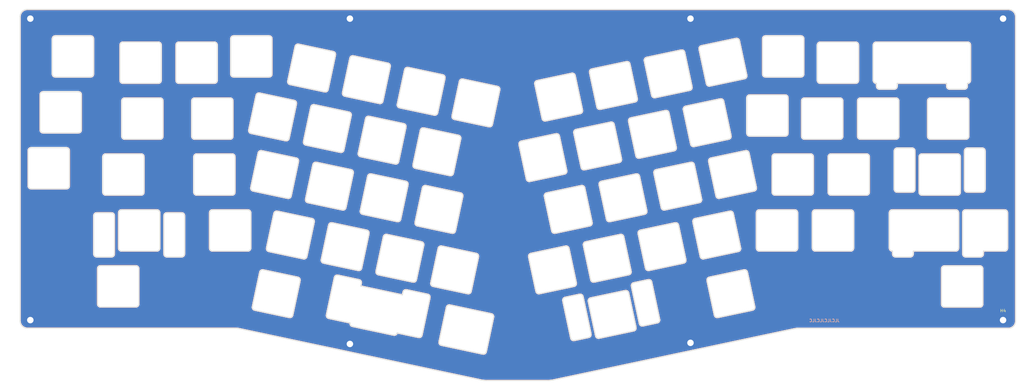
<source format=kicad_pcb>
(kicad_pcb (version 20210424) (generator pcbnew)
  (layers (0 "F.Cu" signal) (31 "B.Cu" signal) (34 "B.Paste" user) (35 "F.Paste" user) (36 "B.SilkS" user "B.Silkscreen") (37 "F.SilkS" user "F.Silkscreen") (38 "B.Mask" user) (39 "F.Mask" user) (44 "Edge.Cuts" user))
  (net 0 "")
  (net 1 "GND")
  (footprint "MountingHole:MountingHole_2.2mm_M2_Pad" (layer "F.Cu") (at 52.86375 210.185)
    (fp_text reference "H6" (at 0 0) (layer "F.SilkS"))
    (fp_text value "MountingHole_Pad")
    (pad "1" thru_hole circle locked (at 0 0) (size 4.4 4.4) (drill 2.2) (layers *.Cu *.Mask) (net 1 "GND"))
  )
  (footprint "MountingHole:MountingHole_2.2mm_M2_Pad" (layer "F.Cu") (at 383.8575 210.185)
    (fp_text reference "H4" (at 0 -3.2) (layer "F.SilkS"))
    (fp_text value "MountingHole_Pad")
    (pad "1" thru_hole circle locked (at 0 0) (size 4.4 4.4) (drill 2.2) (layers *.Cu *.Mask) (net 1 "GND"))
  )
  (footprint "MountingHole:MountingHole_2.2mm_M2_Pad" (layer "F.Cu") (at 161.6075 218.313)
    (fp_text reference "H2" (at 0 0) (layer "F.SilkS"))
    (fp_text value "MountingHole_Pad")
    (pad "1" thru_hole circle locked (at 0 0) (size 4.4 4.4) (drill 2.2) (layers *.Cu *.Mask) (net 1 "GND"))
  )
  (footprint "MountingHole:MountingHole_2.2mm_M2_Pad" (layer "F.Cu") (at 383.8575 107.47375)
    (fp_text reference "H3" (at 0 0) (layer "F.SilkS"))
    (fp_text value "MountingHole_Pad")
    (pad "1" thru_hole circle locked (at 0 0) (size 4.4 4.4) (drill 2.2) (layers *.Cu *.Mask) (net 1 "GND"))
  )
  (footprint "MountingHole:MountingHole_2.2mm_M2_Pad" (layer "F.Cu") (at 161.6075 107.47375)
    (fp_text reference "H8" (at 0 0) (layer "F.SilkS"))
    (fp_text value "MountingHole_Pad")
    (pad "1" thru_hole circle locked (at 0 0) (size 4.4 4.4) (drill 2.2) (layers *.Cu *.Mask) (net 1 "GND"))
  )
  (footprint "MountingHole:MountingHole_2.2mm_M2_Pad" (layer "F.Cu") (at 52.86375 107.47375)
    (fp_text reference "H5" (at 0 0) (layer "F.SilkS"))
    (fp_text value "MountingHole_Pad")
    (pad "1" thru_hole circle locked (at 0 0) (size 4.4 4.4) (drill 2.2) (layers *.Cu *.Mask) (net 1 "GND"))
  )
  (footprint "MountingHole:MountingHole_2.2mm_M2_Pad" (layer "F.Cu") (at 277.495 107.47375)
    (fp_text reference "H1" (at 0 0) (layer "F.SilkS"))
    (fp_text value "MountingHole_Pad")
    (pad "1" thru_hole circle locked (at 0 0) (size 4.4 4.4) (drill 2.2) (layers *.Cu *.Mask) (net 1 "GND"))
  )
  (footprint "MountingHole:MountingHole_2.2mm_M2_Pad" (layer "F.Cu") (at 277.495 217.932)
    (fp_text reference "H7" (at 0 0) (layer "F.SilkS"))
    (fp_text value "MountingHole_Pad")
    (pad "1" thru_hole circle locked (at 0 0) (size 4.4 4.4) (drill 2.2) (layers *.Cu *.Mask) (net 1 "GND"))
  )
  (gr_curve (pts (xy 240.31454 158.179372) (xy 240.429367 158.719588) (xy 240.960383 159.064434) (xy 241.500599 158.949608)) (layer "Edge.Cuts") (width 0.2))
  (gr_curve (pts (xy 126.851527 186.633669) (xy 127.403811 186.633669) (xy 127.851527 186.185954) (xy 127.851527 185.633669)) (layer "Edge.Cuts") (width 0.2))
  (gr_curve (pts (xy 299.125794 166.183232) (xy 299.66601 166.068405) (xy 300.010857 165.537389) (xy 299.89603 164.997173)) (layer "Edge.Cuts") (width 0.2))
  (gr_line (start 372.380277 172.633669) (end 384.380277 172.633669) (layer "Edge.Cuts") (width 0.2))
  (gr_curve (pts (xy 264.278876 197.208747) (xy 264.164049 196.668531) (xy 263.633033 196.323685) (xy 263.092817 196.438511)) (layer "Edge.Cuts") (width 0.2))
  (gr_curve (pts (xy 370.739527 165.583669) (xy 370.739527 166.135953) (xy 371.187242 166.583669) (xy 371.739527 166.583669)) (layer "Edge.Cuts") (width 0.2))
  (gr_line (start 370.149527 174.633669) (end 370.149527 187.633669) (layer "Edge.Cuts") (width 0.2))
  (gr_line (start 334.671527 116.483669) (end 334.671527 128.483669) (layer "Edge.Cuts") (width 0.2))
  (gr_line (start 236.139954 185.751555) (end 238.634895 197.489326) (layer "Edge.Cuts") (width 0.2))
  (gr_line (start 186.713454 184.7016) (end 184.218513 196.439372) (layer "Edge.Cuts") (width 0.2))
  (gr_line (start 260.134311 154.98889) (end 271.872082 152.49395) (layer "Edge.Cuts") (width 0.2))
  (gr_curve (pts (xy 146.540735 168.95789) (xy 146.425909 169.498106) (xy 146.770755 170.029123) (xy 147.310971 170.14395)) (layer "Edge.Cuts") (width 0.2))
  (gr_line (start 256.873666 122.920837) (end 259.368606 134.658608) (layer "Edge.Cuts") (width 0.2))
  (gr_curve (pts (xy 271.872082 152.49395) (xy 272.412298 152.379123) (xy 272.757145 151.848106) (xy 272.642318 151.30789)) (layer "Edge.Cuts") (width 0.2))
  (gr_curve (pts (xy 297.40109 153.259401) (xy 297.286263 152.719185) (xy 296.755246 152.374339) (xy 296.21503 152.489165)) (layer "Edge.Cuts") (width 0.2))
  (gr_line (start 347.808527 129.483669) (end 364.684527 129.483669) (layer "Edge.Cuts") (width 0.2))
  (gr_curve (pts (xy 303.041527 113.343669) (xy 302.489242 113.343669) (xy 302.041527 113.791384) (xy 302.041527 114.343669)) (layer "Edge.Cuts") (width 0.2))
  (gr_curve (pts (xy 83.901527 172.633669) (xy 83.349242 172.633669) (xy 82.901527 173.081384) (xy 82.901527 173.633669)) (layer "Edge.Cuts") (width 0.2))
  (gr_line (start 362.937127 192.731669) (end 362.937127 204.731669) (layer "Edge.Cuts") (width 0.2))
  (gr_line (start 315.311527 135.533669) (end 315.311527 147.533669) (layer "Edge.Cuts") (width 0.2))
  (gr_curve (pts (xy 385.380277 173.633669) (xy 385.380277 173.081384) (xy 384.932561 172.633669) (xy 384.380277 172.633669)) (layer "Edge.Cuts") (width 0.2))
  (gr_curve (pts (xy 193.943454 127.8116) (xy 194.05828 127.271384) (xy 193.713434 126.740368) (xy 193.173218 126.625541)) (layer "Edge.Cuts") (width 0.2))
  (gr_curve (pts (xy 316.311527 134.533669) (xy 315.759242 134.533669) (xy 315.311527 134.981384) (xy 315.311527 135.533669)) (layer "Edge.Cuts") (width 0.2))
  (gr_curve (pts (xy 329.311527 135.533669) (xy 329.311527 134.981384) (xy 328.863811 134.533669) (xy 328.311527 134.533669)) (layer "Edge.Cuts") (width 0.2))
  (gr_line (start 185.779197 200.908988) (end 180.888459 199.869429) (layer "Edge.Cuts") (width 0.2))
  (gr_line (start 284.477259 154.984106) (end 296.21503 152.489165) (layer "Edge.Cuts") (width 0.2))
  (gr_curve (pts (xy 199.997165 168.052318) (xy 200.111992 167.512102) (xy 199.767146 166.981085) (xy 199.22693 166.866259)) (layer "Edge.Cuts") (width 0.2))
  (gr_line (start 149.521735 136.819883) (end 161.259506 139.314823) (layer "Edge.Cuts") (width 0.2))
  (gr_line (start 299.941527 173.633669) (end 299.941527 185.633669) (layer "Edge.Cuts") (width 0.2))
  (gr_curve (pts (xy 362.937127 204.731669) (xy 362.937127 205.283954) (xy 363.384842 205.731669) (xy 363.937127 205.731669)) (layer "Edge.Cuts") (width 0.2))
  (gr_curve (pts (xy 318.991527 185.633669) (xy 318.991527 186.185954) (xy 319.439242 186.633669) (xy 319.991527 186.633669)) (layer "Edge.Cuts") (width 0.2))
  (gr_curve (pts (xy 97.991527 135.533669) (xy 97.991527 134.981384) (xy 97.543811 134.533669) (xy 96.991527 134.533669)) (layer "Edge.Cuts") (width 0.2))
  (gr_line (start 239.738564 201.402611) (end 234.847826 202.442169) (layer "Edge.Cuts") (width 0.2))
  (gr_line (start 74.463527 174.633669) (end 74.463527 187.633669) (layer "Edge.Cuts") (width 0.2))
  (gr_curve (pts (xy 183.032454 197.209608) (xy 183.57267 197.324434) (xy 184.103687 196.979588) (xy 184.218513 196.439372)) (layer "Edge.Cuts") (width 0.2))
  (gr_line (start 371.739527 166.583669) (end 376.739527 166.583669) (layer "Edge.Cuts") (width 0.2))
  (gr_curve (pts (xy 286.201964 167.907936) (xy 286.31679 168.448152) (xy 286.847807 168.792999) (xy 287.388023 168.678172)) (layer "Edge.Cuts") (width 0.2))
  (gr_curve (pts (xy 345.186527 185.633669) (xy 345.186527 186.185954) (xy 345.634242 186.633669) (xy 346.186527 186.633669)) (layer "Edge.Cuts") (width 0.2))
  (gr_line (start 346.863527 152.583669) (end 346.863527 165.583669) (layer "Edge.Cuts") (width 0.2))
  (gr_line (start 275.857259 137.334106) (end 287.59503 134.839165) (layer "Edge.Cuts") (width 0.2))
  (gr_line (start 313.941527 173.633669) (end 313.941527 185.633669) (layer "Edge.Cuts") (width 0.2))
  (gr_curve (pts (xy 359.181527 134.533669) (xy 358.629242 134.533669) (xy 358.181527 134.981384) (xy 358.181527 135.533669)) (layer "Edge.Cuts") (width 0.2))
  (gr_arc (start 314.359002 221.011669) (end 314.359002 213.011669) (angle -12) (layer "Edge.Cuts") (width 0.2))
  (gr_line (start 148.335675 137.590119) (end 145.840735 149.32789) (layer "Edge.Cuts") (width 0.2))
  (gr_line (start 142.981964 116.979401) (end 140.487023 128.717173) (layer "Edge.Cuts") (width 0.2))
  (gr_line (start 53.141527 165.443669) (end 65.141527 165.443669) (layer "Edge.Cuts") (width 0.2))
  (gr_curve (pts (xy 195.650032 205.054336) (xy 195.109816 204.939509) (xy 194.578799 205.284356) (xy 194.463972 205.824572)) (layer "Edge.Cuts") (width 0.2))
  (gr_curve (pts (xy 108.501527 166.583669) (xy 108.501527 167.135954) (xy 108.949242 167.583669) (xy 109.501527 167.583669)) (layer "Edge.Cuts") (width 0.2))
  (gr_curve (pts (xy 305.301527 166.583669) (xy 305.301527 167.135954) (xy 305.749242 167.583669) (xy 306.301527 167.583669)) (layer "Edge.Cuts") (width 0.2))
  (gr_line (start 187.489158 164.371319) (end 199.22693 166.866259) (layer "Edge.Cuts") (width 0.2))
  (gr_line (start 359.181527 148.533669) (end 371.181527 148.533669) (layer "Edge.Cuts") (width 0.2))
  (gr_line (start 282.028023 189.288172) (end 293.765794 186.793232) (layer "Edge.Cuts") (width 0.2))
  (gr_line (start 226.126888 201.170325) (end 237.864659 198.675385) (layer "Edge.Cuts") (width 0.2))
  (gr_curve (pts (xy 243.949836 124.645541) (xy 243.40962 124.760368) (xy 243.064773 125.291384) (xy 243.1796 125.8316)) (layer "Edge.Cuts") (width 0.2))
  (gr_curve (pts (xy 57.211527 132.393669) (xy 56.659242 132.393669) (xy 56.211527 132.841384) (xy 56.211527 133.393669)) (layer "Edge.Cuts") (width 0.2))
  (gr_curve (pts (xy 139.71503 149.048172) (xy 140.255246 149.162999) (xy 140.786263 148.818152) (xy 140.90109 148.277936)) (layer "Edge.Cuts") (width 0.2))
  (gr_curve (pts (xy 114.851527 172.633669) (xy 114.299242 172.633669) (xy 113.851527 173.081384) (xy 113.851527 173.633669)) (layer "Edge.Cuts") (width 0.2))
  (gr_line (start 246.4396 164.0916) (end 248.93454 175.829372) (layer "Edge.Cuts") (width 0.2))
  (gr_line (start 335.361527 134.533669) (end 347.361527 134.533669) (layer "Edge.Cuts") (width 0.2))
  (gr_line (start 347.808527 130.483669) (end 347.808527 129.483669) (layer "Edge.Cuts") (width 0.2))
  (gr_line (start 52.141527 152.443669) (end 52.141527 164.443669) (layer "Edge.Cuts") (width 0.2))
  (gr_curve (pts (xy 256.44109 200.919401) (xy 256.326263 200.379185) (xy 255.795246 200.034339) (xy 255.25503 200.149165)) (layer "Edge.Cuts") (width 0.2))
  (gr_line (start 109.501527 167.583669) (end 121.501527 167.583669) (layer "Edge.Cuts") (width 0.2))
  (gr_line (start 296.681527 134.473669) (end 296.681527 146.473669) (layer "Edge.Cuts") (width 0.2))
  (gr_arc (start 122.438229 220.963669) (end 124.101523 213.138488) (angle -12) (layer "Edge.Cuts") (width 0.2))
  (gr_line (start 316.041527 114.343669) (end 316.041527 126.343669) (layer "Edge.Cuts") (width 0.2))
  (gr_line (start 56.211527 133.393669) (end 56.211527 145.393669) (layer "Edge.Cuts") (width 0.2))
  (gr_line (start 198.883099 128.861555) (end 196.388159 140.599326) (layer "Edge.Cuts") (width 0.2))
  (gr_curve (pts (xy 346.273527 187.633669) (xy 346.273527 188.185954) (xy 346.721242 188.633669) (xy 347.273527 188.633669)) (layer "Edge.Cuts") (width 0.2))
  (gr_line (start 243.1796 125.8316) (end 245.67454 137.569372) (layer "Edge.Cuts") (width 0.2))
  (gr_line (start 263.394311 193.24889) (end 275.132082 190.75395) (layer "Edge.Cuts") (width 0.2))
  (gr_line (start 75.463527 188.633669) (end 80.463527 188.633669) (layer "Edge.Cuts") (width 0.2))
  (gr_curve (pts (xy 156.58659 210.039016) (xy 156.624249 210.051864) (xy 156.662641 210.062452) (xy 156.701562 210.070725)) (layer "Edge.Cuts") (width 0.2))
  (gr_line (start 273.407378 177.830119) (end 275.902318 189.56789) (layer "Edge.Cuts") (width 0.2))
  (gr_curve (pts (xy 152.99503 132.398172) (xy 153.535246 132.512999) (xy 154.066263 132.168152) (xy 154.18109 131.627936)) (layer "Edge.Cuts") (width 0.2))
  (gr_arc (start 207.967939 222.78612) (end 206.304646 230.611301) (angle -12) (layer "Edge.Cuts") (width 0.2))
  (gr_line (start 152.660971 190.75395) (end 164.398742 193.24889) (layer "Edge.Cuts") (width 0.2))
  (gr_curve (pts (xy 312.941527 186.633669) (xy 313.493811 186.633669) (xy 313.941527 186.185954) (xy 313.941527 185.633669)) (layer "Edge.Cuts") (width 0.2))
  (gr_curve (pts (xy 161.685552 211.125541) (xy 161.570817 211.665718) (xy 161.915659 212.196642) (xy 162.455818 212.311456)) (layer "Edge.Cuts") (width 0.2))
  (gr_curve (pts (xy 352.273527 188.633669) (xy 352.825811 188.633669) (xy 353.273527 188.185954) (xy 353.273527 187.633669)) (layer "Edge.Cuts") (width 0.2))
  (gr_curve (pts (xy 200.069158 128.091319) (xy 199.528942 127.976492) (xy 198.997925 128.321339) (xy 198.883099 128.861555)) (layer "Edge.Cuts") (width 0.2))
  (gr_line (start 89.761527 192.683669) (end 89.761527 204.683669) (layer "Edge.Cuts") (width 0.2))
  (gr_curve (pts (xy 128.447023 205.597173) (xy 128.332197 206.137389) (xy 128.677043 206.668405) (xy 129.217259 206.783232)) (layer "Edge.Cuts") (width 0.2))
  (gr_curve (pts (xy 241.499954 165.141555) (xy 241.385128 164.601339) (xy 240.854111 164.256492) (xy 240.313895 164.371319)) (layer "Edge.Cuts") (width 0.2))
  (gr_line (start 334.361527 135.533669) (end 334.361527 147.533669) (layer "Edge.Cuts") (width 0.2))
  (gr_curve (pts (xy 159.120735 132.67789) (xy 159.005909 133.218106) (xy 159.350755 133.749123) (xy 159.890971 133.86395)) (layer "Edge.Cuts") (width 0.2))
  (gr_curve (pts (xy 130.888023 132.859165) (xy 130.347807 132.744339) (xy 129.81679 133.089185) (xy 129.701964 133.629401)) (layer "Edge.Cuts") (width 0.2))
  (gr_arc (start 51.861527 210.463669) (end 49.361527 210.463669) (angle -90) (layer "Edge.Cuts") (width 0.2))
  (gr_curve (pts (xy 315.311527 147.533669) (xy 315.311527 148.085954) (xy 315.759242 148.533669) (xy 316.311527 148.533669)) (layer "Edge.Cuts") (width 0.2))
  (gr_curve (pts (xy 347.863527 151.583669) (xy 347.311242 151.583669) (xy 346.863527 152.031384) (xy 346.863527 152.583669)) (layer "Edge.Cuts") (width 0.2))
  (gr_line (start 60.371527 114.343669) (end 60.371527 126.343669) (layer "Edge.Cuts") (width 0.2))
  (gr_curve (pts (xy 358.181527 147.533669) (xy 358.181527 148.085954) (xy 358.629242 148.533669) (xy 359.181527 148.533669)) (layer "Edge.Cuts") (width 0.2))
  (gr_line (start 122.081527 113.343669) (end 134.081527 113.343669) (layer "Edge.Cuts") (width 0.2))
  (gr_line (start 270.147378 139.570119) (end 272.642318 151.30789) (layer "Edge.Cuts") (width 0.2))
  (gr_curve (pts (xy 371.771527 129.483669) (xy 372.323811 129.483669) (xy 372.771527 129.035954) (xy 372.771527 128.483669)) (layer "Edge.Cuts") (width 0.2))
  (gr_curve (pts (xy 145.76503 189.288172) (xy 146.305246 189.402999) (xy 146.836263 189.058152) (xy 146.95109 188.517936)) (layer "Edge.Cuts") (width 0.2))
  (gr_curve (pts (xy 293.765794 186.793232) (xy 294.30601 186.678405) (xy 294.650857 186.147389) (xy 294.53603 185.607173)) (layer "Edge.Cuts") (width 0.2))
  (gr_line (start 219.956124 149.216259) (end 231.693895 146.721319) (layer "Edge.Cuts") (width 0.2))
  (gr_curve (pts (xy 77.541527 166.583669) (xy 77.541527 167.135954) (xy 77.989242 167.583669) (xy 78.541527 167.583669)) (layer "Edge.Cuts") (width 0.2))
  (gr_line (start 194.463972 205.824572) (end 191.969032 217.562343) (layer "Edge.Cuts") (width 0.2))
  (gr_curve (pts (xy 185.894168 200.940696) (xy 185.856509 200.927849) (xy 185.818117 200.91726) (xy 185.779197 200.908988)) (layer "Edge.Cuts") (width 0.2))
  (gr_line (start 180.663454 144.4616) (end 178.168513 156.199372) (layer "Edge.Cuts") (width 0.2))
  (gr_line (start 146.610971 150.51395) (end 158.348742 153.00889) (layer "Edge.Cuts") (width 0.2))
  (gr_line (start 165.244683 154.474667) (end 176.982454 156.969608) (layer "Edge.Cuts") (width 0.2))
  (gr_curve (pts (xy 266.211492 211.110725) (xy 266.751708 210.995899) (xy 267.096554 210.464882) (xy 266.981728 209.924666)) (layer "Edge.Cuts") (width 0.2))
  (gr_curve (pts (xy 162.029742 140.500883) (xy 162.144568 139.960667) (xy 161.799722 139.42965) (xy 161.259506 139.314823)) (layer "Edge.Cuts") (width 0.2))
  (gr_line (start 83.901527 172.633669) (end 95.901527 172.633669) (layer "Edge.Cuts") (width 0.2))
  (gr_line (start 188.065227 201.402169) (end 185.894168 200.940696) (layer "Edge.Cuts") (width 0.2))
  (gr_line (start 57.211527 146.393669) (end 69.211527 146.393669) (layer "Edge.Cuts") (width 0.2))
  (gr_line (start 243.517259 202.644106) (end 255.25503 200.149165) (layer "Edge.Cuts") (width 0.2))
  (gr_curve (pts (xy 241.849836 183.515541) (xy 241.30962 183.630368) (xy 240.964773 184.161384) (xy 241.0796 184.7016)) (layer "Edge.Cuts") (width 0.2))
  (gr_curve (pts (xy 206.80503 221.738172) (xy 207.345246 221.852999) (xy 207.876263 221.508152) (xy 207.99109 220.967936)) (layer "Edge.Cuts") (width 0.2))
  (gr_line (start 238.589836 145.255541) (end 250.327607 142.760601) (layer "Edge.Cuts") (width 0.2))
  (gr_line (start 171.294683 194.714667) (end 183.032454 197.209608) (layer "Edge.Cuts") (width 0.2))
  (gr_curve (pts (xy 56.211527 145.393669) (xy 56.211527 145.945954) (xy 56.659242 146.393669) (xy 57.211527 146.393669)) (layer "Edge.Cuts") (width 0.2))
  (gr_curve (pts (xy 98.339527 187.633669) (xy 98.339527 188.185954) (xy 98.787242 188.633669) (xy 99.339527 188.633669)) (layer "Edge.Cuts") (width 0.2))
  (gr_curve (pts (xy 189.158159 197.489326) (xy 189.043332 198.029542) (xy 189.388179 198.560559) (xy 189.928395 198.675385)) (layer "Edge.Cuts") (width 0.2))
  (gr_curve (pts (xy 122.501527 154.583669) (xy 122.501527 154.031384) (xy 122.053811 153.583669) (xy 121.501527 153.583669)) (layer "Edge.Cuts") (width 0.2))
  (gr_curve (pts (xy 102.441527 128.483669) (xy 102.441527 129.035954) (xy 102.889242 129.483669) (xy 103.441527 129.483669)) (layer "Edge.Cuts") (width 0.2))
  (gr_curve (pts (xy 282.941964 129.647936) (xy 283.05679 130.188152) (xy 283.587807 130.532999) (xy 284.128023 130.418172)) (layer "Edge.Cuts") (width 0.2))
  (gr_curve (pts (xy 376.739527 166.583669) (xy 377.291811 166.583669) (xy 377.739527 166.135953) (xy 377.739527 165.583669)) (layer "Edge.Cuts") (width 0.2))
  (gr_line (start 197.158395 141.785385) (end 208.896166 144.280325) (layer "Edge.Cuts") (width 0.2))
  (gr_line (start 278.347023 176.780165) (end 280.841964 188.517936) (layer "Edge.Cuts") (width 0.2))
  (gr_curve (pts (xy 254.773666 181.790837) (xy 254.65884 181.250621) (xy 254.127823 180.905774) (xy 253.587607 181.020601)) (layer "Edge.Cuts") (width 0.2))
  (gr_line (start 168.855447 160.410601) (end 180.593218 162.905541) (layer "Edge.Cuts") (width 0.2))
  (gr_curve (pts (xy 243.224659 178.065385) (xy 243.764875 177.950559) (xy 244.109721 177.419542) (xy 243.994895 176.879326)) (layer "Edge.Cuts") (width 0.2))
  (gr_curve (pts (xy 140.95503 209.278172) (xy 141.495246 209.392999) (xy 142.026263 209.048152) (xy 142.14109 208.507936)) (layer "Edge.Cuts") (width 0.2))
  (gr_line (start 254.773666 181.790837) (end 257.268606 193.528608) (layer "Edge.Cuts") (width 0.2))
  (gr_line (start 281.217259 116.724106) (end 292.95503 114.229165) (layer "Edge.Cuts") (width 0.2))
  (gr_line (start 306.301527 153.583669) (end 318.301527 153.583669) (layer "Edge.Cuts") (width 0.2))
  (gr_curve (pts (xy 279.117259 175.594106) (xy 278.577043 175.708932) (xy 278.232197 176.239949) (xy 278.347023 176.780165)) (layer "Edge.Cuts") (width 0.2))
  (gr_line (start 261.320754 212.150284) (end 266.211492 211.110725) (layer "Edge.Cuts") (width 0.2))
  (gr_line (start 335.361527 148.533669) (end 347.361527 148.533669) (layer "Edge.Cuts") (width 0.2))
  (gr_line (start 283.927259 195.584106) (end 295.66503 193.089165) (layer "Edge.Cuts") (width 0.2))
  (gr_line (start 303.041527 113.343669) (end 315.041527 113.343669) (layer "Edge.Cuts") (width 0.2))
  (gr_line (start 162.455818 212.311456) (end 164.654384 212.778776) (layer "Edge.Cuts") (width 0.2))
  (gr_line (start 278.767378 157.220119) (end 281.262318 168.95789) (layer "Edge.Cuts") (width 0.2))
  (gr_line (start 237.8196 146.4416) (end 240.31454 158.179372) (layer "Edge.Cuts") (width 0.2))
  (gr_curve (pts (xy 199.297165 148.422318) (xy 199.411992 147.882102) (xy 199.067146 147.351085) (xy 198.52693 147.236259)) (layer "Edge.Cuts") (width 0.2))
  (gr_curve (pts (xy 260.134695 211.380048) (xy 260.249521 211.920264) (xy 260.780538 212.26511) (xy 261.320754 212.150284)) (layer "Edge.Cuts") (width 0.2))
  (gr_line (start 144.63603 196.770165) (end 142.14109 208.507936) (layer "Edge.Cuts") (width 0.2))
  (gr_line (start 371.684527 129.483669) (end 371.771527 129.483669) (layer "Edge.Cuts") (width 0.2))
  (gr_curve (pts (xy 76.761527 191.683669) (xy 76.209242 191.683669) (xy 75.761527 192.131384) (xy 75.761527 192.683669)) (layer "Edge.Cuts") (width 0.2))
  (gr_line (start 53.141527 151.443669) (end 65.141527 151.443669) (layer "Edge.Cuts") (width 0.2))
  (gr_line (start 278.768023 151.028172) (end 290.505794 148.533232) (layer "Edge.Cuts") (width 0.2))
  (gr_curve (pts (xy 277.581964 150.257936) (xy 277.69679 150.798152) (xy 278.227807 151.142999) (xy 278.768023 151.028172)) (layer "Edge.Cuts") (width 0.2))
  (gr_line (start 200.069158 128.091319) (end 211.80693 130.586259) (layer "Edge.Cuts") (width 0.2))
  (gr_line (start 122.438229 212.963669) (end 51.861527 212.963669) (layer "Edge.Cuts") (width 0.2))
  (gr_curve (pts (xy 245.241964 215.567936) (xy 245.35679 216.108152) (xy 245.887807 216.452999) (xy 246.428023 216.338172)) (layer "Edge.Cuts") (width 0.2))
  (gr_line (start 287.388023 168.678172) (end 299.125794 166.183232) (layer "Edge.Cuts") (width 0.2))
  (gr_curve (pts (xy 186.713454 184.7016) (xy 186.82828 184.161384) (xy 186.483434 183.630368) (xy 185.943218 183.515541)) (layer "Edge.Cuts") (width 0.2))
  (gr_line (start 286.838023 209.278172) (end 298.575794 206.783232) (layer "Edge.Cuts") (width 0.2))
  (gr_curve (pts (xy 74.371527 114.343669) (xy 74.371527 113.791384) (xy 73.923811 113.343669) (xy 73.371527 113.343669)) (layer "Edge.Cuts") (width 0.2))
  (gr_line (start 265.073312 160.130883) (end 267.568252 171.868654) (layer "Edge.Cuts") (width 0.2))
  (gr_line (start 81.463527 187.633669) (end 81.463527 174.633669) (layer "Edge.Cuts") (width 0.2))
  (gr_curve (pts (xy 177.754447 136.638608) (xy 177.639621 137.178824) (xy 177.984467 137.709841) (xy 178.524683 137.824667)) (layer "Edge.Cuts") (width 0.2))
  (gr_line (start 107.801527 135.533669) (end 107.801527 147.533669) (layer "Edge.Cuts") (width 0.2))
  (gr_curve (pts (xy 355.301527 166.583669) (xy 355.301527 167.135954) (xy 355.749242 167.583669) (xy 356.301527 167.583669)) (layer "Edge.Cuts") (width 0.2))
  (gr_line (start 385.380277 173.633669) (end 385.380277 185.633669) (layer "Edge.Cuts") (width 0.2))
  (gr_curve (pts (xy 164.654384 212.778776) (xy 164.684933 212.788411) (xy 164.715927 212.796572) (xy 164.747259 212.803232)) (layer "Edge.Cuts") (width 0.2))
  (gr_line (start 347.273527 188.633669) (end 352.273527 188.633669) (layer "Edge.Cuts") (width 0.2))
  (gr_line (start 80.463527 173.633669) (end 75.463527 173.633669) (layer "Edge.Cuts") (width 0.2))
  (gr_curve (pts (xy 159.048742 172.63889) (xy 159.588958 172.753716) (xy 160.119975 172.40887) (xy 160.234802 171.868654)) (layer "Edge.Cuts") (width 0.2))
  (gr_line (start 192.839158 184.981319) (end 204.57693 187.476259) (layer "Edge.Cuts") (width 0.2))
  (gr_curve (pts (xy 156.67603 119.890165) (xy 156.790857 119.349949) (xy 156.44601 118.818932) (xy 155.905794 118.704106)) (layer "Edge.Cuts") (width 0.2))
  (gr_line (start 237.966502 217.114383) (end 242.85724 216.074825) (layer "Edge.Cuts") (width 0.2))
  (gr_curve (pts (xy 340.721527 115.483669) (xy 340.169242 115.483669) (xy 339.721527 115.931384) (xy 339.721527 116.483669)) (layer "Edge.Cuts") (width 0.2))
  (gr_line (start 371.684527 130.483669) (end 371.684527 129.483669) (layer "Edge.Cuts") (width 0.2))
  (gr_line (start 340.721527 115.483669) (end 371.771527 115.483669) (layer "Edge.Cuts") (width 0.2))
  (gr_curve (pts (xy 367.711527 186.633669) (xy 368.263811 186.633669) (xy 368.711527 186.185954) (xy 368.711527 185.633669)) (layer "Edge.Cuts") (width 0.2))
  (gr_curve (pts (xy 375.937127 205.731669) (xy 376.489411 205.731669) (xy 376.937127 205.283954) (xy 376.937127 204.731669)) (layer "Edge.Cuts") (width 0.2))
  (gr_line (start 128.677259 166.183232) (end 140.41503 168.678172) (layer "Edge.Cuts") (width 0.2))
  (gr_curve (pts (xy 195.616166 160.930325) (xy 196.156382 161.045152) (xy 196.687399 160.700305) (xy 196.802225 160.160089)) (layer "Edge.Cuts") (width 0.2))
  (gr_line (start 219.185888 150.402318) (end 221.680828 162.140089) (layer "Edge.Cuts") (width 0.2))
  (gr_curve (pts (xy 256.498371 194.714667) (xy 257.038587 194.599841) (xy 257.383433 194.068824) (xy 257.268606 193.528608)) (layer "Edge.Cuts") (width 0.2))
  (gr_curve (pts (xy 296.85109 193.859401) (xy 296.736263 193.319185) (xy 296.205246 192.974339) (xy 295.66503 193.089165)) (layer "Edge.Cuts") (width 0.2))
  (gr_line (start 77.541527 154.583669) (end 77.541527 166.583669) (layer "Edge.Cuts") (width 0.2))
  (gr_curve (pts (xy 121.801527 135.533669) (xy 121.801527 134.981384) (xy 121.353811 134.533669) (xy 120.801527 134.533669)) (layer "Edge.Cuts") (width 0.2))
  (gr_line (start 320.671527 116.483669) (end 320.671527 128.483669) (layer "Edge.Cuts") (width 0.2))
  (gr_line (start 70.211527 133.393669) (end 70.211527 145.393669) (layer "Edge.Cuts") (width 0.2))
  (gr_line (start 260.133666 161.180837) (end 262.628606 172.918608) (layer "Edge.Cuts") (width 0.2))
  (gr_line (start 321.671527 115.483669) (end 333.671527 115.483669) (layer "Edge.Cuts") (width 0.2))
  (gr_line (start 302.041527 114.343669) (end 302.041527 126.343669) (layer "Edge.Cuts") (width 0.2))
  (gr_curve (pts (xy 177.197228 201.136786) (xy 177.166679 201.127151) (xy 177.135685 201.11899) (xy 177.104353 201.11233)) (layer "Edge.Cuts") (width 0.2))
  (gr_curve (pts (xy 356.301527 153.583669) (xy 355.749242 153.583669) (xy 355.301527 154.031384) (xy 355.301527 154.583669)) (layer "Edge.Cuts") (width 0.2))
  (gr_curve (pts (xy 334.671527 116.483669) (xy 334.671527 115.931384) (xy 334.223811 115.483669) (xy 333.671527 115.483669)) (layer "Edge.Cuts") (width 0.2))
  (gr_line (start 149.035675 157.220119) (end 146.540735 168.95789) (layer "Edge.Cuts") (width 0.2))
  (gr_line (start 359.181527 134.533669) (end 371.181527 134.533669) (layer "Edge.Cuts") (width 0.2))
  (gr_arc (start 229.055114 222.78612) (end 229.055114 230.78612) (angle -12) (layer "Edge.Cuts") (width 0.2))
  (gr_curve (pts (xy 364.684527 130.483669) (xy 364.684527 131.035954) (xy 365.132242 131.483669) (xy 365.684527 131.483669)) (layer "Edge.Cuts") (width 0.2))
  (gr_line (start 283.707023 156.170165) (end 286.201964 167.907936) (layer "Edge.Cuts") (width 0.2))
  (gr_curve (pts (xy 165.366582 198.61739) (xy 165.335756 198.610837) (xy 165.304637 198.605746) (xy 165.27333 198.602132)) (layer "Edge.Cuts") (width 0.2))
  (gr_line (start 241.849836 183.515541) (end 253.587607 181.020601) (layer "Edge.Cuts") (width 0.2))
  (gr_line (start 377.149527 187.633669) (end 377.149527 186.633669) (layer "Edge.Cuts") (width 0.2))
  (gr_line (start 263.092817 196.438511) (end 258.202078 197.47807) (layer "Edge.Cuts") (width 0.2))
  (gr_curve (pts (xy 83.991527 147.533669) (xy 83.991527 148.085954) (xy 84.439242 148.533669) (xy 84.991527 148.533669)) (layer "Edge.Cuts") (width 0.2))
  (gr_curve (pts (xy 95.901527 186.633669) (xy 96.453811 186.633669) (xy 96.901527 186.185954) (xy 96.901527 185.633669)) (layer "Edge.Cuts") (width 0.2))
  (gr_curve (pts (xy 275.857259 137.334106) (xy 275.317043 137.448932) (xy 274.972197 137.979949) (xy 275.087023 138.520165)) (layer "Edge.Cuts") (width 0.2))
  (gr_curve (pts (xy 270.147378 139.570119) (xy 270.032552 139.029903) (xy 269.501535 138.685057) (xy 268.961319 138.799883)) (layer "Edge.Cuts") (width 0.2))
  (gr_curve (pts (xy 240.924624 202.172847) (xy 240.809797 201.632631) (xy 240.27878 201.287784) (xy 239.738564 201.402611)) (layer "Edge.Cuts") (width 0.2))
  (gr_line (start 164.710975 196.43807) (end 162.539916 195.976597) (layer "Edge.Cuts") (width 0.2))
  (gr_line (start 279.117259 175.594106) (end 290.85503 173.099165) (layer "Edge.Cuts") (width 0.2))
  (gr_line (start 346.186527 172.633669) (end 367.711527 172.633669) (layer "Edge.Cuts") (width 0.2))
  (gr_line (start 78.541527 167.583669) (end 90.541527 167.583669) (layer "Edge.Cuts") (width 0.2))
  (gr_line (start 241.500599 158.949608) (end 253.238371 156.454667) (layer "Edge.Cuts") (width 0.2))
  (gr_curve (pts (xy 372.771527 116.483669) (xy 372.771527 115.931384) (xy 372.323811 115.483669) (xy 371.771527 115.483669)) (layer "Edge.Cuts") (width 0.2))
  (gr_line (start 376.937127 192.731669) (end 376.937127 204.731669) (layer "Edge.Cuts") (width 0.2))
  (gr_line (start 207.967939 230.78612) (end 229.055114 230.78612) (layer "Edge.Cuts") (width 0.2))
  (gr_line (start 325.351527 153.583669) (end 337.351527 153.583669) (layer "Edge.Cuts") (width 0.2))
  (gr_line (start 82.901527 173.633669) (end 82.901527 185.633669) (layer "Edge.Cuts") (width 0.2))
  (gr_line (start 132.128023 193.089165) (end 143.865794 195.584106) (layer "Edge.Cuts") (width 0.2))
  (gr_curve (pts (xy 346.186527 172.633669) (xy 345.634242 172.633669) (xy 345.186527 173.081384) (xy 345.186527 173.633669)) (layer "Edge.Cuts") (width 0.2))
  (gr_curve (pts (xy 369.301527 154.583669) (xy 369.301527 154.031384) (xy 368.853811 153.583669) (xy 368.301527 153.583669)) (layer "Edge.Cuts") (width 0.2))
  (gr_curve (pts (xy 116.441527 116.483669) (xy 116.441527 115.931384) (xy 115.993811 115.483669) (xy 115.441527 115.483669)) (layer "Edge.Cuts") (width 0.2))
  (gr_line (start 91.541527 154.583669) (end 91.541527 166.583669) (layer "Edge.Cuts") (width 0.2))
  (gr_curve (pts (xy 107.801527 147.533669) (xy 107.801527 148.085954) (xy 108.249242 148.533669) (xy 108.801527 148.533669)) (layer "Edge.Cuts") (width 0.2))
  (gr_curve (pts (xy 346.808527 131.483669) (xy 347.360811 131.483669) (xy 347.808527 131.035954) (xy 347.808527 130.483669)) (layer "Edge.Cuts") (width 0.2))
  (gr_line (start 177.197228 201.136786) (end 179.395794 201.604106) (layer "Edge.Cuts") (width 0.2))
  (gr_curve (pts (xy 225.316124 128.606259) (xy 224.775908 128.721085) (xy 224.431062 129.252102) (xy 224.545888 129.792318)) (layer "Edge.Cuts") (width 0.2))
  (gr_arc (start 51.861527 106.813669) (end 51.861527 104.313669) (angle -90) (layer "Edge.Cuts") (width 0.2))
  (gr_curve (pts (xy 245.67454 137.569372) (xy 245.789367 138.109588) (xy 246.320383 138.454434) (xy 246.860599 138.339608)) (layer "Edge.Cuts") (width 0.2))
  (gr_line (start 57.211527 132.393669) (end 69.211527 132.393669) (layer "Edge.Cuts") (width 0.2))
  (gr_line (start 297.40109 153.259401) (end 299.89603 164.997173) (layer "Edge.Cuts") (width 0.2))
  (gr_line (start 122.501527 154.583669) (end 122.501527 166.583669) (layer "Edge.Cuts") (width 0.2))
  (gr_curve (pts (xy 297.681527 133.473669) (xy 297.129242 133.473669) (xy 296.681527 133.921384) (xy 296.681527 134.473669)) (layer "Edge.Cuts") (width 0.2))
  (gr_curve (pts (xy 121.081527 126.343669) (xy 121.081527 126.895954) (xy 121.529242 127.343669) (xy 122.081527 127.343669)) (layer "Edge.Cuts") (width 0.2))
  (gr_curve (pts (xy 201.666166 201.170325) (xy 202.206382 201.285152) (xy 202.737399 200.940305) (xy 202.852225 200.400089)) (layer "Edge.Cuts") (width 0.2))
  (gr_curve (pts (xy 273.407378 177.830119) (xy 273.292552 177.289903) (xy 272.761535 176.945057) (xy 272.221319 177.059883)) (layer "Edge.Cuts") (width 0.2))
  (gr_line (start 297.681527 133.473669) (end 309.681527 133.473669) (layer "Edge.Cuts") (width 0.2))
  (gr_curve (pts (xy 239.964659 139.805385) (xy 240.504875 139.690559) (xy 240.849721 139.159542) (xy 240.734895 138.619326)) (layer "Edge.Cuts") (width 0.2))
  (gr_line (start 174.205447 181.020601) (end 185.943218 183.515541) (layer "Edge.Cuts") (width 0.2))
  (gr_curve (pts (xy 133.257023 185.607173) (xy 133.142197 186.147389) (xy 133.487043 186.678405) (xy 134.027259 186.793232)) (layer "Edge.Cuts") (width 0.2))
  (gr_curve (pts (xy 290.505794 148.533232) (xy 291.04601 148.418405) (xy 291.390857 147.887389) (xy 291.27603 147.347173)) (layer "Edge.Cuts") (width 0.2))
  (gr_curve (pts (xy 339.721527 128.483669) (xy 339.721527 129.035954) (xy 340.169242 129.483669) (xy 340.721527 129.483669)) (layer "Edge.Cuts") (width 0.2))
  (gr_line (start 348.361527 135.533669) (end 348.361527 147.533669) (layer "Edge.Cuts") (width 0.2))
  (gr_line (start 205.347165 188.662318) (end 202.852225 200.400089) (layer "Edge.Cuts") (width 0.2))
  (gr_curve (pts (xy 78.541527 153.583669) (xy 77.989242 153.583669) (xy 77.541527 154.031384) (xy 77.541527 154.583669)) (layer "Edge.Cuts") (width 0.2))
  (gr_line (start 76.761527 191.683669) (end 88.761527 191.683669) (layer "Edge.Cuts") (width 0.2))
  (gr_curve (pts (xy 144.63603 196.770165) (xy 144.750857 196.229949) (xy 144.40601 195.698932) (xy 143.865794 195.584106)) (layer "Edge.Cuts") (width 0.2))
  (gr_line (start 210.48603 209.230165) (end 207.99109 220.967936) (layer "Edge.Cuts") (width 0.2))
  (gr_line (start 66.141527 152.443669) (end 66.141527 164.443669) (layer "Edge.Cuts") (width 0.2))
  (gr_curve (pts (xy 334.361527 147.533669) (xy 334.361527 148.085954) (xy 334.809242 148.533669) (xy 335.361527 148.533669)) (layer "Edge.Cuts") (width 0.2))
  (gr_line (start 256.453312 142.480883) (end 258.948252 154.218654) (layer "Edge.Cuts") (width 0.2))
  (gr_line (start 369.301527 154.583669) (end 369.301527 166.583669) (layer "Edge.Cuts") (width 0.2))
  (gr_line (start 223.216124 187.476259) (end 234.953895 184.981319) (layer "Edge.Cuts") (width 0.2))
  (gr_line (start 186.303099 165.141555) (end 183.808159 176.879326) (layer "Edge.Cuts") (width 0.2))
  (gr_line (start 364.684527 129.483669) (end 364.684527 130.483669) (layer "Edge.Cuts") (width 0.2))
  (gr_curve (pts (xy 158.348742 153.00889) (xy 158.888958 153.123716) (xy 159.419975 152.77887) (xy 159.534802 152.238654)) (layer "Edge.Cuts") (width 0.2))
  (gr_curve (pts (xy 175.309742 123.850883) (xy 175.424568 123.310667) (xy 175.079722 122.77965) (xy 174.539506 122.664823)) (layer "Edge.Cuts") (width 0.2))
  (gr_line (start 241.499954 165.141555) (end 243.994895 176.879326) (layer "Edge.Cuts") (width 0.2))
  (gr_line (start 49.361527 210.463669) (end 49.361527 106.813669) (layer "Edge.Cuts") (width 0.2))
  (gr_line (start 156.348147 195.675565) (end 153.645295 208.391484) (layer "Edge.Cuts") (width 0.2))
  (gr_curve (pts (xy 325.351527 153.583669) (xy 324.799242 153.583669) (xy 324.351527 154.031384) (xy 324.351527 154.583669)) (layer "Edge.Cuts") (width 0.2))
  (gr_line (start 121.081527 114.343669) (end 121.081527 126.343669) (layer "Edge.Cuts") (width 0.2))
  (gr_curve (pts (xy 332.991527 173.633669) (xy 332.991527 173.081384) (xy 332.543811 172.633669) (xy 331.991527 172.633669)) (layer "Edge.Cuts") (width 0.2))
  (gr_curve (pts (xy 90.541527 167.583669) (xy 91.093811 167.583669) (xy 91.541527 167.135954) (xy 91.541527 166.583669)) (layer "Edge.Cuts") (width 0.2))
  (gr_curve (pts (xy 155.571735 177.059883) (xy 155.031519 176.945057) (xy 154.500502 177.289903) (xy 154.385675 177.830119)) (layer "Edge.Cuts") (width 0.2))
  (gr_curve (pts (xy 83.391527 128.483669) (xy 83.391527 129.035954) (xy 83.839242 129.483669) (xy 84.391527 129.483669)) (layer "Edge.Cuts") (width 0.2))
  (gr_curve (pts (xy 69.211527 146.393669) (xy 69.763811 146.393669) (xy 70.211527 145.945954) (xy 70.211527 145.393669)) (layer "Edge.Cuts") (width 0.2))
  (gr_line (start 243.949836 124.645541) (end 255.687607 122.150601) (layer "Edge.Cuts") (width 0.2))
  (gr_line (start 275.087023 138.520165) (end 277.581964 150.257936) (layer "Edge.Cuts") (width 0.2))
  (gr_curve (pts (xy 108.801527 134.533669) (xy 108.249242 134.533669) (xy 107.801527 134.981384) (xy 107.801527 135.533669)) (layer "Edge.Cuts") (width 0.2))
  (gr_curve (pts (xy 52.141527 164.443669) (xy 52.141527 164.995954) (xy 52.589242 165.443669) (xy 53.141527 165.443669)) (layer "Edge.Cuts") (width 0.2))
  (gr_curve (pts (xy 188.835463 202.588228) (xy 188.950289 202.048012) (xy 188.605443 201.516996) (xy 188.065227 201.402169)) (layer "Edge.Cuts") (width 0.2))
  (gr_curve (pts (xy 243.517259 202.644106) (xy 242.977043 202.758932) (xy 242.632197 203.289949) (xy 242.747023 203.830165)) (layer "Edge.Cuts") (width 0.2))
  (gr_line (start 377.149527 186.633669) (end 384.380277 186.633669) (layer "Edge.Cuts") (width 0.2))
  (gr_line (start 78.541527 153.583669) (end 90.541527 153.583669) (layer "Edge.Cuts") (width 0.2))
  (gr_line (start 280.447023 117.910165) (end 282.941964 129.647936) (layer "Edge.Cuts") (width 0.2))
  (gr_curve (pts (xy 120.801527 148.533669) (xy 121.353811 148.533669) (xy 121.801527 148.085954) (xy 121.801527 147.533669)) (layer "Edge.Cuts") (width 0.2))
  (gr_curve (pts (xy 127.207023 145.367173) (xy 127.092197 145.907389) (xy 127.437043 146.438405) (xy 127.977259 146.553232)) (layer "Edge.Cuts") (width 0.2))
  (gr_curve (pts (xy 319.991527 172.633669) (xy 319.439242 172.633669) (xy 318.991527 173.081384) (xy 318.991527 173.633669)) (layer "Edge.Cuts") (width 0.2))
  (gr_curve (pts (xy 177.673598 214.516137) (xy 177.705217 214.52623) (xy 177.737318 214.534742) (xy 177.769783 214.541643)) (layer "Edge.Cuts") (width 0.2))
  (gr_line (start 189.928395 198.675385) (end 201.666166 201.170325) (layer "Edge.Cuts") (width 0.2))
  (gr_curve (pts (xy 384.380277 186.633669) (xy 384.932561 186.633669) (xy 385.380277 186.185954) (xy 385.380277 185.633669)) (layer "Edge.Cuts") (width 0.2))
  (gr_line (start 191.653099 185.751555) (end 189.158159 197.489326) (layer "Edge.Cuts") (width 0.2))
  (gr_curve (pts (xy 294.14109 114.999401) (xy 294.026263 114.459185) (xy 293.495246 114.114339) (xy 292.95503 114.229165)) (layer "Edge.Cuts") (width 0.2))
  (gr_curve (pts (xy 168.855447 160.410601) (xy 168.315231 160.295774) (xy 167.784214 160.640621) (xy 167.669387 161.180837)) (layer "Edge.Cuts") (width 0.2))
  (gr_line (start 84.991527 148.533669) (end 96.991527 148.533669) (layer "Edge.Cuts") (width 0.2))
  (gr_curve (pts (xy 187.489158 164.371319) (xy 186.948942 164.256492) (xy 186.417925 164.601339) (xy 186.303099 165.141555)) (layer "Edge.Cuts") (width 0.2))
  (gr_line (start 129.701964 133.629401) (end 127.207023 145.367173) (layer "Edge.Cuts") (width 0.2))
  (gr_line (start 162.729742 160.130883) (end 160.234802 171.868654) (layer "Edge.Cuts") (width 0.2))
  (gr_line (start 113.851527 173.633669) (end 113.851527 185.633669) (layer "Edge.Cuts") (width 0.2))
  (gr_curve (pts (xy 278.767378 157.220119) (xy 278.652552 156.679903) (xy 278.121535 156.335057) (xy 277.581319 156.449883)) (layer "Edge.Cuts") (width 0.2))
  (gr_curve (pts (xy 260.483547 179.554823) (xy 259.943331 179.66965) (xy 259.598485 180.200667) (xy 259.713312 180.740883)) (layer "Edge.Cuts") (width 0.2))
  (gr_curve (pts (xy 315.041527 127.343669) (xy 315.593811 127.343669) (xy 316.041527 126.895954) (xy 316.041527 126.343669)) (layer "Edge.Cuts") (width 0.2))
  (gr_line (start 377.739527 165.583669) (end 377.739527 152.583669) (layer "Edge.Cuts") (width 0.2))
  (gr_curve (pts (xy 243.57454 196.439372) (xy 243.689367 196.979588) (xy 244.220383 197.324434) (xy 244.760599 197.209608)) (layer "Edge.Cuts") (width 0.2))
  (gr_curve (pts (xy 333.671527 129.483669) (xy 334.223811 129.483669) (xy 334.671527 129.035954) (xy 334.671527 128.483669)) (layer "Edge.Cuts") (width 0.2))
  (gr_line (start 340.721527 129.483669) (end 340.808527 129.483669) (layer "Edge.Cuts") (width 0.2))
  (gr_line (start 156.67603 119.890165) (end 154.18109 131.627936) (layer "Edge.Cuts") (width 0.2))
  (gr_curve (pts (xy 96.901527 173.633669) (xy 96.901527 173.081384) (xy 96.453811 172.633669) (xy 95.901527 172.633669)) (layer "Edge.Cuts") (width 0.2))
  (gr_line (start 265.494311 134.37889) (end 277.232082 131.88395) (layer "Edge.Cuts") (width 0.2))
  (gr_curve (pts (xy 227.040828 141.530089) (xy 227.155655 142.070305) (xy 227.686672 142.415152) (xy 228.226888 142.300325)) (layer "Edge.Cuts") (width 0.2))
  (gr_curve (pts (xy 302.041527 126.343669) (xy 302.041527 126.895954) (xy 302.489242 127.343669) (xy 303.041527 127.343669)) (layer "Edge.Cuts") (width 0.2))
  (gr_curve (pts (xy 298.575794 206.783232) (xy 299.11601 206.668405) (xy 299.460857 206.137389) (xy 299.34603 205.597173)) (layer "Edge.Cuts") (width 0.2))
  (gr_curve (pts (xy 186.789158 144.741319) (xy 186.248942 144.626492) (xy 185.717925 144.971339) (xy 185.603099 145.511555)) (layer "Edge.Cuts") (width 0.2))
  (gr_line (start 167.669387 161.180837) (end 165.174447 172.918608) (layer "Edge.Cuts") (width 0.2))
  (gr_curve (pts (xy 258.948252 154.218654) (xy 259.063078 154.75887) (xy 259.594095 155.103716) (xy 260.134311 154.98889)) (layer "Edge.Cuts") (width 0.2))
  (gr_line (start 97.991527 135.533669) (end 97.991527 147.533669) (layer "Edge.Cuts") (width 0.2))
  (gr_line (start 388.160277 210.511669) (end 388.160277 106.813669) (layer "Edge.Cuts") (width 0.2))
  (gr_arc (start 371.149527 173.633669) (end 371.149527 172.633669) (angle -90) (layer "Edge.Cuts") (width 0.2))
  (gr_curve (pts (xy 157.534206 194.90533) (xy 156.99399 194.790503) (xy 156.462974 195.135349) (xy 156.348147 195.675565)) (layer "Edge.Cuts") (width 0.2))
  (gr_curve (pts (xy 60.371527 126.343669) (xy 60.371527 126.895954) (xy 60.819242 127.343669) (xy 61.371527 127.343669)) (layer "Edge.Cuts") (width 0.2))
  (gr_line (start 232.879954 147.491555) (end 235.374895 159.229326) (layer "Edge.Cuts") (width 0.2))
  (gr_line (start 292.04109 173.869401) (end 294.53603 185.607173) (layer "Edge.Cuts") (width 0.2))
  (gr_curve (pts (xy 109.501527 153.583669) (xy 108.949242 153.583669) (xy 108.501527 154.031384) (xy 108.501527 154.583669)) (layer "Edge.Cuts") (width 0.2))
  (gr_curve (pts (xy 376.937127 192.731669) (xy 376.937127 192.179384) (xy 376.489411 191.731669) (xy 375.937127 191.731669)) (layer "Edge.Cuts") (width 0.2))
  (gr_curve (pts (xy 372.181527 135.533669) (xy 372.181527 134.981384) (xy 371.733811 134.533669) (xy 371.181527 134.533669)) (layer "Edge.Cuts") (width 0.2))
  (gr_line (start 162.029742 140.500883) (end 159.534802 152.238654) (layer "Edge.Cuts") (width 0.2))
  (gr_line (start 99.339527 188.633669) (end 104.339527 188.633669) (layer "Edge.Cuts") (width 0.2))
  (gr_line (start 241.0796 184.7016) (end 243.57454 196.439372) (layer "Edge.Cuts") (width 0.2))
  (gr_curve (pts (xy 181.363454 164.0916) (xy 181.47828 163.551384) (xy 181.133434 163.020368) (xy 180.593218 162.905541)) (layer "Edge.Cuts") (width 0.2))
  (gr_curve (pts (xy 164.398742 193.24889) (xy 164.938958 193.363716) (xy 165.469975 193.01887) (xy 165.584802 192.478654)) (layer "Edge.Cuts") (width 0.2))
  (gr_curve (pts (xy 104.339527 188.633669) (xy 104.891811 188.633669) (xy 105.339527 188.185954) (xy 105.339527 187.633669)) (layer "Edge.Cuts") (width 0.2))
  (gr_curve (pts (xy 261.858371 174.104667) (xy 262.398587 173.989841) (xy 262.743433 173.458824) (xy 262.628606 172.918608)) (layer "Edge.Cuts") (width 0.2))
  (gr_line (start 242.747023 203.830165) (end 245.241964 215.567936) (layer "Edge.Cuts") (width 0.2))
  (gr_arc (start 385.660277 210.511669) (end 385.660277 213.011669) (angle -90) (layer "Edge.Cuts") (width 0.2))
  (gr_curve (pts (xy 75.463527 173.633669) (xy 74.911242 173.633669) (xy 74.463527 174.081384) (xy 74.463527 174.633669)) (layer "Edge.Cuts") (width 0.2))
  (gr_curve (pts (xy 113.851527 185.633669) (xy 113.851527 186.185954) (xy 114.299242 186.633669) (xy 114.851527 186.633669)) (layer "Edge.Cuts") (width 0.2))
  (gr_curve (pts (xy 275.507378 118.960119) (xy 275.392552 118.419903) (xy 274.861535 118.075057) (xy 274.321319 118.189883)) (layer "Edge.Cuts") (width 0.2))
  (gr_line (start 199.297165 148.422318) (end 196.802225 160.160089) (layer "Edge.Cuts") (width 0.2))
  (gr_curve (pts (xy 105.339527 174.633669) (xy 105.339527 174.081384) (xy 104.891811 173.633669) (xy 104.339527 173.633669)) (layer "Edge.Cuts") (width 0.2))
  (gr_line (start 284.128023 130.418172) (end 295.865794 127.923232) (layer "Edge.Cuts") (width 0.2))
  (gr_line (start 316.311527 134.533669) (end 328.311527 134.533669) (layer "Edge.Cuts") (width 0.2))
  (gr_line (start 376.739527 151.583669) (end 371.739527 151.583669) (layer "Edge.Cuts") (width 0.2))
  (gr_curve (pts (xy 281.217259 116.724106) (xy 280.677043 116.838932) (xy 280.332197 117.369949) (xy 280.447023 117.910165)) (layer "Edge.Cuts") (width 0.2))
  (gr_curve (pts (xy 134.081527 127.343669) (xy 134.633811 127.343669) (xy 135.081527 126.895954) (xy 135.081527 126.343669)) (layer "Edge.Cuts") (width 0.2))
  (gr_curve (pts (xy 306.301527 153.583669) (xy 305.749242 153.583669) (xy 305.301527 154.031384) (xy 305.301527 154.583669)) (layer "Edge.Cuts") (width 0.2))
  (gr_line (start 131.588023 152.489165) (end 143.325794 154.984106) (layer "Edge.Cuts") (width 0.2))
  (gr_line (start 353.863527 165.583669) (end 353.863527 152.583669) (layer "Edge.Cuts") (width 0.2))
  (gr_line (start 300.941527 186.633669) (end 312.941527 186.633669) (layer "Edge.Cuts") (width 0.2))
  (gr_curve (pts (xy 283.927259 195.584106) (xy 283.387043 195.698932) (xy 283.042197 196.229949) (xy 283.157023 196.770165)) (layer "Edge.Cuts") (width 0.2))
  (gr_curve (pts (xy 180.663454 144.4616) (xy 180.77828 143.921384) (xy 180.433434 143.390368) (xy 179.893218 143.275541)) (layer "Edge.Cuts") (width 0.2))
  (gr_line (start 185.603099 145.511555) (end 183.108159 157.249326) (layer "Edge.Cuts") (width 0.2))
  (gr_curve (pts (xy 75.761527 204.683669) (xy 75.761527 205.235954) (xy 76.209242 205.683669) (xy 76.761527 205.683669)) (layer "Edge.Cuts") (width 0.2))
  (gr_line (start 199.997165 168.052318) (end 197.502225 179.790089) (layer "Edge.Cuts") (width 0.2))
  (gr_curve (pts (xy 149.44603 176.780165) (xy 149.560857 176.239949) (xy 149.21601 175.708932) (xy 148.675794 175.594106)) (layer "Edge.Cuts") (width 0.2))
  (gr_curve (pts (xy 179.940842 215.003116) (xy 179.978501 215.015964) (xy 180.016893 215.026552) (xy 180.055814 215.034825)) (layer "Edge.Cuts") (width 0.2))
  (gr_curve (pts (xy 144.168023 116.209165) (xy 143.627807 116.094339) (xy 143.09679 116.439185) (xy 142.981964 116.979401)) (layer "Edge.Cuts") (width 0.2))
  (gr_line (start 193.943454 127.8116) (end 191.448513 139.549372) (layer "Edge.Cuts") (width 0.2))
  (gr_line (start 147.310971 170.14395) (end 159.048742 172.63889) (layer "Edge.Cuts") (width 0.2))
  (gr_line (start 225.316124 128.606259) (end 237.053895 126.111319) (layer "Edge.Cuts") (width 0.2))
  (gr_line (start 155.571735 177.059883) (end 167.309506 179.554823) (layer "Edge.Cuts") (width 0.2))
  (gr_curve (pts (xy 70.211527 133.393669) (xy 70.211527 132.841384) (xy 69.763811 132.393669) (xy 69.211527 132.393669)) (layer "Edge.Cuts") (width 0.2))
  (gr_line (start 177.104353 201.11233) (end 165.366582 198.61739) (layer "Edge.Cuts") (width 0.2))
  (gr_line (start 338.351527 154.583669) (end 338.351527 166.583669) (layer "Edge.Cuts") (width 0.2))
  (gr_curve (pts (xy 150.221735 156.449883) (xy 149.681519 156.335057) (xy 149.150502 156.679903) (xy 149.035675 157.220119)) (layer "Edge.Cuts") (width 0.2))
  (gr_line (start 168.079742 180.740883) (end 165.584802 192.478654) (layer "Edge.Cuts") (width 0.2))
  (gr_line (start 259.713312 180.740883) (end 262.208252 192.478654) (layer "Edge.Cuts") (width 0.2))
  (gr_curve (pts (xy 165.174447 172.918608) (xy 165.059621 173.458824) (xy 165.404467 173.989841) (xy 165.944683 174.104667)) (layer "Edge.Cuts") (width 0.2))
  (gr_line (start 149.44603 176.780165) (end 146.95109 188.517936) (layer "Edge.Cuts") (width 0.2))
  (gr_line (start 370.149527 174.633669) (end 370.149527 173.633669) (layer "Edge.Cuts") (width 0.2))
  (gr_curve (pts (xy 122.081527 113.343669) (xy 121.529242 113.343669) (xy 121.081527 113.791384) (xy 121.081527 114.343669)) (layer "Edge.Cuts") (width 0.2))
  (gr_line (start 84.391527 129.483669) (end 96.391527 129.483669) (layer "Edge.Cuts") (width 0.2))
  (gr_line (start 339.721527 116.483669) (end 339.721527 128.483669) (layer "Edge.Cuts") (width 0.2))
  (gr_curve (pts (xy 352.863527 166.583669) (xy 353.415811 166.583669) (xy 353.863527 166.135953) (xy 353.863527 165.583669)) (layer "Edge.Cuts") (width 0.2))
  (gr_curve (pts (xy 331.991527 186.633669) (xy 332.543811 186.633669) (xy 332.991527 186.185954) (xy 332.991527 185.633669)) (layer "Edge.Cuts") (width 0.2))
  (gr_line (start 368.711527 173.633669) (end 368.711527 185.633669) (layer "Edge.Cuts") (width 0.2))
  (gr_line (start 372.771527 116.483669) (end 372.771527 128.483669) (layer "Edge.Cuts") (width 0.2))
  (gr_curve (pts (xy 262.208252 192.478654) (xy 262.323078 193.01887) (xy 262.854095 193.363716) (xy 263.394311 193.24889)) (layer "Edge.Cuts") (width 0.2))
  (gr_curve (pts (xy 280.841964 188.517936) (xy 280.95679 189.058152) (xy 281.487807 189.402999) (xy 282.028023 189.288172)) (layer "Edge.Cuts") (width 0.2))
  (gr_line (start 195.650032 205.054336) (end 209.715794 208.044106) (layer "Edge.Cuts") (width 0.2))
  (gr_line (start 181.435447 124.130601) (end 193.173218 126.625541) (layer "Edge.Cuts") (width 0.2))
  (gr_line (start 84.391527 115.483669) (end 96.391527 115.483669) (layer "Edge.Cuts") (width 0.2))
  (gr_line (start 83.391527 116.483669) (end 83.391527 128.483669) (layer "Edge.Cuts") (width 0.2))
  (gr_line (start 159.890971 133.86395) (end 171.628742 136.35889) (layer "Edge.Cuts") (width 0.2))
  (gr_line (start 234.07759 203.628228) (end 236.780442 216.344147) (layer "Edge.Cuts") (width 0.2))
  (gr_curve (pts (xy 324.351527 166.583669) (xy 324.351527 167.135954) (xy 324.799242 167.583669) (xy 325.351527 167.583669)) (layer "Edge.Cuts") (width 0.2))
  (gr_line (start 212.577165 131.772318) (end 210.082225 143.510089) (layer "Edge.Cuts") (width 0.2))
  (gr_line (start 341.808527 131.483669) (end 346.808527 131.483669) (layer "Edge.Cuts") (width 0.2))
  (gr_curve (pts (xy 320.671527 128.483669) (xy 320.671527 129.035954) (xy 321.119242 129.483669) (xy 321.671527 129.483669)) (layer "Edge.Cuts") (width 0.2))
  (gr_line (start 303.041527 127.343669) (end 315.041527 127.343669) (layer "Edge.Cuts") (width 0.2))
  (gr_line (start 127.851527 173.633669) (end 127.851527 185.633669) (layer "Edge.Cuts") (width 0.2))
  (gr_line (start 228.576124 166.866259) (end 240.313895 164.371319) (layer "Edge.Cuts") (width 0.2))
  (gr_line (start 181.363454 164.0916) (end 178.868513 175.829372) (layer "Edge.Cuts") (width 0.2))
  (gr_line (start 186.789158 144.741319) (end 198.52693 147.236259) (layer "Edge.Cuts") (width 0.2))
  (gr_curve (pts (xy 66.141527 152.443669) (xy 66.141527 151.891384) (xy 65.693811 151.443669) (xy 65.141527 151.443669)) (layer "Edge.Cuts") (width 0.2))
  (gr_curve (pts (xy 234.847826 202.442169) (xy 234.30761 202.556996) (xy 233.962764 203.088012) (xy 234.07759 203.628228)) (layer "Edge.Cuts") (width 0.2))
  (gr_curve (pts (xy 191.969032 217.562343) (xy 191.854206 218.102559) (xy 192.199052 218.633576) (xy 192.739268 218.748402)) (layer "Edge.Cuts") (width 0.2))
  (gr_curve (pts (xy 183.108159 157.249326) (xy 182.993332 157.789542) (xy 183.338179 158.320559) (xy 183.878395 158.435385)) (layer "Edge.Cuts") (width 0.2))
  (gr_curve (pts (xy 275.132082 190.75395) (xy 275.672298 190.639123) (xy 276.017145 190.108106) (xy 275.902318 189.56789)) (layer "Edge.Cuts") (width 0.2))
  (gr_line (start 355.301527 154.583669) (end 355.301527 166.583669) (layer "Edge.Cuts") (width 0.2))
  (gr_curve (pts (xy 212.577165 131.772318) (xy 212.691992 131.232102) (xy 212.347146 130.701085) (xy 211.80693 130.586259)) (layer "Edge.Cuts") (width 0.2))
  (gr_line (start 96.901527 173.633669) (end 96.901527 185.633669) (layer "Edge.Cuts") (width 0.2))
  (gr_line (start 329.311527 135.533669) (end 329.311527 147.533669) (layer "Edge.Cuts") (width 0.2))
  (gr_line (start 297.681527 147.473669) (end 309.681527 147.473669) (layer "Edge.Cuts") (width 0.2))
  (gr_line (start 346.273527 186.633669) (end 346.273527 187.633669) (layer "Edge.Cuts") (width 0.2))
  (gr_line (start 178.524683 137.824667) (end 190.262454 140.319608) (layer "Edge.Cuts") (width 0.2))
  (gr_curve (pts (xy 161.5923 211.110284) (xy 161.623126 211.116836) (xy 161.654245 211.121927) (xy 161.685552 211.125541)) (layer "Edge.Cuts") (width 0.2))
  (gr_curve (pts (xy 99.339527 173.633669) (xy 98.787242 173.633669) (xy 98.339527 174.081384) (xy 98.339527 174.633669)) (layer "Edge.Cuts") (width 0.2))
  (gr_line (start 363.937127 191.731669) (end 375.937127 191.731669) (layer "Edge.Cuts") (width 0.2))
  (gr_curve (pts (xy 313.941527 173.633669) (xy 313.941527 173.081384) (xy 313.493811 172.633669) (xy 312.941527 172.633669)) (layer "Edge.Cuts") (width 0.2))
  (gr_curve (pts (xy 171.628742 136.35889) (xy 172.168958 136.473716) (xy 172.699975 136.12887) (xy 172.814802 135.588654)) (layer "Edge.Cuts") (width 0.2))
  (gr_curve (pts (xy 168.155447 140.780601) (xy 167.615231 140.665774) (xy 167.084214 141.010621) (xy 166.969387 141.550837)) (layer "Edge.Cuts") (width 0.2))
  (gr_curve (pts (xy 179.491979 201.629612) (xy 179.460361 201.619519) (xy 179.428259 201.611006) (xy 179.395794 201.604106)) (layer "Edge.Cuts") (width 0.2))
  (gr_curve (pts (xy 299.941527 185.633669) (xy 299.941527 186.185954) (xy 300.389242 186.633669) (xy 300.941527 186.633669)) (layer "Edge.Cuts") (width 0.2))
  (gr_curve (pts (xy 164.474447 153.288608) (xy 164.359621 153.828824) (xy 164.704467 154.359841) (xy 165.244683 154.474667)) (layer "Edge.Cuts") (width 0.2))
  (gr_line (start 266.981728 209.924666) (end 264.278876 197.208747) (layer "Edge.Cuts") (width 0.2))
  (gr_line (start 108.801527 148.533669) (end 120.801527 148.533669) (layer "Edge.Cuts") (width 0.2))
  (gr_line (start 122.081527 127.343669) (end 134.081527 127.343669) (layer "Edge.Cuts") (width 0.2))
  (gr_line (start 76.761527 205.683669) (end 88.761527 205.683669) (layer "Edge.Cuts") (width 0.2))
  (gr_line (start 250.120599 176.599608) (end 261.858371 174.104667) (layer "Edge.Cuts") (width 0.2))
  (gr_line (start 296.85109 193.859401) (end 299.34603 205.597173) (layer "Edge.Cuts") (width 0.2))
  (gr_curve (pts (xy 310.681527 134.473669) (xy 310.681527 133.921384) (xy 310.233811 133.473669) (xy 309.681527 133.473669)) (layer "Edge.Cuts") (width 0.2))
  (gr_curve (pts (xy 377.739527 152.583669) (xy 377.739527 152.031384) (xy 377.291811 151.583669) (xy 376.739527 151.583669)) (layer "Edge.Cuts") (width 0.2))
  (gr_curve (pts (xy 81.463527 174.633669) (xy 81.463527 174.081384) (xy 81.015811 173.633669) (xy 80.463527 173.633669)) (layer "Edge.Cuts") (width 0.2))
  (gr_line (start 247.209836 162.905541) (end 258.947607 160.410601) (layer "Edge.Cuts") (width 0.2))
  (gr_line (start 306.301527 167.583669) (end 318.301527 167.583669) (layer "Edge.Cuts") (width 0.2))
  (gr_curve (pts (xy 151.890735 189.56789) (xy 151.775909 190.108106) (xy 152.120755 190.639123) (xy 152.660971 190.75395)) (layer "Edge.Cuts") (width 0.2))
  (gr_line (start 75.761527 192.683669) (end 75.761527 204.683669) (layer "Edge.Cuts") (width 0.2))
  (gr_curve (pts (xy 131.588023 152.489165) (xy 131.047807 152.374339) (xy 130.51679 152.719185) (xy 130.401964 153.259401)) (layer "Edge.Cuts") (width 0.2))
  (gr_line (start 186.132611 215.304147) (end 188.835463 202.588228) (layer "Edge.Cuts") (width 0.2))
  (gr_line (start 340.808527 129.483669) (end 340.808527 130.483669) (layer "Edge.Cuts") (width 0.2))
  (gr_curve (pts (xy 96.391527 129.483669) (xy 96.943811 129.483669) (xy 97.391527 129.035954) (xy 97.391527 128.483669)) (layer "Edge.Cuts") (width 0.2))
  (gr_curve (pts (xy 348.361527 135.533669) (xy 348.361527 134.981384) (xy 347.913811 134.533669) (xy 347.361527 134.533669)) (layer "Edge.Cuts") (width 0.2))
  (gr_curve (pts (xy 260.133666 161.180837) (xy 260.01884 160.640621) (xy 259.487823 160.295774) (xy 258.947607 160.410601)) (layer "Edge.Cuts") (width 0.2))
  (gr_curve (pts (xy 370.684527 131.483669) (xy 371.236811 131.483669) (xy 371.684527 131.035954) (xy 371.684527 130.483669)) (layer "Edge.Cuts") (width 0.2))
  (gr_curve (pts (xy 140.487023 128.717173) (xy 140.372197 129.257389) (xy 140.717043 129.788405) (xy 141.257259 129.903232)) (layer "Edge.Cuts") (width 0.2))
  (gr_line (start 135.751964 173.869401) (end 133.257023 185.607173) (layer "Edge.Cuts") (width 0.2))
  (gr_curve (pts (xy 242.85724 216.074825) (xy 243.397456 215.959998) (xy 243.742302 215.428981) (xy 243.627476 214.888765)) (layer "Edge.Cuts") (width 0.2))
  (gr_line (start 347.863527 166.583669) (end 352.863527 166.583669) (layer "Edge.Cuts") (width 0.2))
  (gr_line (start 74.371527 114.343669) (end 74.371527 126.343669) (layer "Edge.Cuts") (width 0.2))
  (gr_curve (pts (xy 180.888459 199.869429) (xy 180.348243 199.754603) (xy 179.817226 200.099449) (xy 179.702399 200.639665)) (layer "Edge.Cuts") (width 0.2))
  (gr_curve (pts (xy 170.524447 193.528608) (xy 170.409621 194.068824) (xy 170.754467 194.599841) (xy 171.294683 194.714667)) (layer "Edge.Cuts") (width 0.2))
  (gr_curve (pts (xy 230.300828 179.790089) (xy 230.415655 180.330305) (xy 230.946672 180.675152) (xy 231.486888 180.560325)) (layer "Edge.Cuts") (width 0.2))
  (gr_curve (pts (xy 136.938023 173.099165) (xy 136.397807 172.984339) (xy 135.86679 173.329185) (xy 135.751964 173.869401)) (layer "Edge.Cuts") (width 0.2))
  (gr_curve (pts (xy 97.391527 116.483669) (xy 97.391527 115.931384) (xy 96.943811 115.483669) (xy 96.391527 115.483669)) (layer "Edge.Cuts") (width 0.2))
  (gr_curve (pts (xy 319.301527 154.583669) (xy 319.301527 154.031384) (xy 318.853811 153.583669) (xy 318.301527 153.583669)) (layer "Edge.Cuts") (width 0.2))
  (gr_line (start 141.257259 129.903232) (end 152.99503 132.398172) (layer "Edge.Cuts") (width 0.2))
  (gr_line (start 61.371527 113.343669) (end 73.371527 113.343669) (layer "Edge.Cuts") (width 0.2))
  (gr_line (start 332.991527 173.633669) (end 332.991527 185.633669) (layer "Edge.Cuts") (width 0.2))
  (gr_curve (pts (xy 177.682454 176.599608) (xy 178.22267 176.714434) (xy 178.753687 176.369588) (xy 178.868513 175.829372)) (layer "Edge.Cuts") (width 0.2))
  (gr_line (start 161.615675 120.940119) (end 159.120735 132.67789) (layer "Edge.Cuts") (width 0.2))
  (gr_line (start 319.991527 172.633669) (end 331.991527 172.633669) (layer "Edge.Cuts") (width 0.2))
  (gr_curve (pts (xy 265.843547 158.944823) (xy 265.303331 159.05965) (xy 264.958485 159.590667) (xy 265.073312 160.130883)) (layer "Edge.Cuts") (width 0.2))
  (gr_curve (pts (xy 234.604659 160.415385) (xy 235.144875 160.300559) (xy 235.489721 159.769542) (xy 235.374895 159.229326)) (layer "Edge.Cuts") (width 0.2))
  (gr_curve (pts (xy 73.371527 127.343669) (xy 73.923811 127.343669) (xy 74.371527 126.895954) (xy 74.371527 126.343669)) (layer "Edge.Cuts") (width 0.2))
  (gr_line (start 363.937127 205.731669) (end 375.937127 205.731669) (layer "Edge.Cuts") (width 0.2))
  (gr_line (start 162.801735 120.169883) (end 174.539506 122.664823) (layer "Edge.Cuts") (width 0.2))
  (gr_curve (pts (xy 84.991527 134.533669) (xy 84.439242 134.533669) (xy 83.991527 134.981384) (xy 83.991527 135.533669)) (layer "Edge.Cuts") (width 0.2))
  (gr_line (start 124.101523 213.138488) (end 206.304646 230.611301) (layer "Edge.Cuts") (width 0.2))
  (gr_curve (pts (xy 168.079742 180.740883) (xy 168.194568 180.200667) (xy 167.849722 179.66965) (xy 167.309506 179.554823)) (layer "Edge.Cuts") (width 0.2))
  (gr_curve (pts (xy 145.840735 149.32789) (xy 145.725909 149.868106) (xy 146.070755 150.399123) (xy 146.610971 150.51395)) (layer "Edge.Cuts") (width 0.2))
  (gr_line (start 244.760599 197.209608) (end 256.498371 194.714667) (layer "Edge.Cuts") (width 0.2))
  (gr_line (start 83.901527 186.633669) (end 95.901527 186.633669) (layer "Edge.Cuts") (width 0.2))
  (gr_curve (pts (xy 248.93454 175.829372) (xy 249.049367 176.369588) (xy 249.580383 176.714434) (xy 250.120599 176.599608)) (layer "Edge.Cuts") (width 0.2))
  (gr_curve (pts (xy 184.946552 216.074383) (xy 185.486768 216.18921) (xy 186.017785 215.844363) (xy 186.132611 215.304147)) (layer "Edge.Cuts") (width 0.2))
  (gr_curve (pts (xy 221.680828 162.140089) (xy 221.795655 162.680305) (xy 222.326672 163.025152) (xy 222.866888 162.910325)) (layer "Edge.Cuts") (width 0.2))
  (gr_curve (pts (xy 285.651964 208.507936) (xy 285.76679 209.048152) (xy 286.297807 209.392999) (xy 286.838023 209.278172)) (layer "Edge.Cuts") (width 0.2))
  (gr_curve (pts (xy 376.149527 188.633669) (xy 376.701811 188.633669) (xy 377.149527 188.185954) (xy 377.149527 187.633669)) (layer "Edge.Cuts") (width 0.2))
  (gr_curve (pts (xy 371.739527 151.583669) (xy 371.187242 151.583669) (xy 370.739527 152.031384) (xy 370.739527 152.583669)) (layer "Edge.Cuts") (width 0.2))
  (gr_curve (pts (xy 258.598371 135.844667) (xy 259.138587 135.729841) (xy 259.483433 135.198824) (xy 259.368606 134.658608)) (layer "Edge.Cuts") (width 0.2))
  (gr_curve (pts (xy 82.901527 185.633669) (xy 82.901527 186.185954) (xy 83.349242 186.633669) (xy 83.901527 186.633669)) (layer "Edge.Cuts") (width 0.2))
  (gr_line (start 324.351527 154.583669) (end 324.351527 166.583669) (layer "Edge.Cuts") (width 0.2))
  (gr_line (start 358.181527 135.533669) (end 358.181527 147.533669) (layer "Edge.Cuts") (width 0.2))
  (gr_curve (pts (xy 257.223547 141.294823) (xy 256.683331 141.40965) (xy 256.338485 141.940667) (xy 256.453312 142.480883)) (layer "Edge.Cuts") (width 0.2))
  (gr_line (start 265.843547 158.944823) (end 277.581319 156.449883) (layer "Edge.Cuts") (width 0.2))
  (gr_curve (pts (xy 284.477259 154.984106) (xy 283.937043 155.098932) (xy 283.592197 155.629949) (xy 283.707023 156.170165)) (layer "Edge.Cuts") (width 0.2))
  (gr_line (start 184.578395 178.065385) (end 196.316166 180.560325) (layer "Edge.Cuts") (width 0.2))
  (gr_line (start 371.149527 172.633669) (end 372.380277 172.633669) (layer "Edge.Cuts") (width 0.2))
  (gr_curve (pts (xy 144.09603 156.170165) (xy 144.210857 155.629949) (xy 143.86601 155.098932) (xy 143.325794 154.984106)) (layer "Edge.Cuts") (width 0.2))
  (gr_line (start 370.739527 152.583669) (end 370.739527 165.583669) (layer "Edge.Cuts") (width 0.2))
  (gr_line (start 352.863527 151.583669) (end 347.863527 151.583669) (layer "Edge.Cuts") (width 0.2))
  (gr_line (start 105.339527 187.633669) (end 105.339527 174.633669) (layer "Edge.Cuts") (width 0.2))
  (gr_line (start 310.681527 134.473669) (end 310.681527 146.473669) (layer "Edge.Cuts") (width 0.2))
  (gr_curve (pts (xy 103.441527 115.483669) (xy 102.889242 115.483669) (xy 102.441527 115.931384) (xy 102.441527 116.483669)) (layer "Edge.Cuts") (width 0.2))
  (gr_curve (pts (xy 149.521735 136.819883) (xy 148.981519 136.705057) (xy 148.450502 137.049903) (xy 148.335675 137.590119)) (layer "Edge.Cuts") (width 0.2))
  (gr_line (start 268.754311 172.63889) (end 280.492082 170.14395) (layer "Edge.Cuts") (width 0.2))
  (gr_curve (pts (xy 65.141527 165.443669) (xy 65.693811 165.443669) (xy 66.141527 164.995954) (xy 66.141527 164.443669)) (layer "Edge.Cuts") (width 0.2))
  (gr_line (start 143.39603 136.540165) (end 140.90109 148.277936) (layer "Edge.Cuts") (width 0.2))
  (gr_curve (pts (xy 277.232082 131.88395) (xy 277.772298 131.769123) (xy 278.117145 131.238106) (xy 278.002318 130.69789)) (layer "Edge.Cuts") (width 0.2))
  (gr_line (start 318.991527 173.633669) (end 318.991527 185.633669) (layer "Edge.Cuts") (width 0.2))
  (gr_line (start 168.155447 140.780601) (end 179.893218 143.275541) (layer "Edge.Cuts") (width 0.2))
  (gr_curve (pts (xy 121.501527 167.583669) (xy 122.053811 167.583669) (xy 122.501527 167.135954) (xy 122.501527 166.583669)) (layer "Edge.Cuts") (width 0.2))
  (gr_curve (pts (xy 321.671527 115.483669) (xy 321.119242 115.483669) (xy 320.671527 115.931384) (xy 320.671527 116.483669)) (layer "Edge.Cuts") (width 0.2))
  (gr_line (start 150.221735 156.449883) (end 161.959506 158.944823) (layer "Edge.Cuts") (width 0.2))
  (gr_line (start 136.938023 173.099165) (end 148.675794 175.594106) (layer "Edge.Cuts") (width 0.2))
  (gr_curve (pts (xy 140.41503 168.678172) (xy 140.955246 168.792999) (xy 141.486263 168.448152) (xy 141.60109 167.907936)) (layer "Edge.Cuts") (width 0.2))
  (gr_curve (pts (xy 176.982454 156.969608) (xy 177.52267 157.084434) (xy 178.053687 156.739588) (xy 178.168513 156.199372)) (layer "Edge.Cuts") (width 0.2))
  (gr_line (start 116.441527 116.483669) (end 116.441527 128.483669) (layer "Edge.Cuts") (width 0.2))
  (gr_line (start 175.309742 123.850883) (end 172.814802 135.588654) (layer "Edge.Cuts") (width 0.2))
  (gr_line (start 321.671527 129.483669) (end 333.671527 129.483669) (layer "Edge.Cuts") (width 0.2))
  (gr_line (start 385.660277 213.011669) (end 314.359002 213.011669) (layer "Edge.Cuts") (width 0.2))
  (gr_line (start 179.702399 200.639665) (end 179.491979 201.629612) (layer "Edge.Cuts") (width 0.2))
  (gr_curve (pts (xy 368.301527 167.583669) (xy 368.853811 167.583669) (xy 369.301527 167.135954) (xy 369.301527 166.583669)) (layer "Edge.Cuts") (width 0.2))
  (gr_curve (pts (xy 232.879954 147.491555) (xy 232.765128 146.951339) (xy 232.234111 146.606492) (xy 231.693895 146.721319)) (layer "Edge.Cuts") (width 0.2))
  (gr_line (start 129.217259 206.783232) (end 140.95503 209.278172) (layer "Edge.Cuts") (width 0.2))
  (gr_line (start 257.223547 141.294823) (end 268.961319 138.799883) (layer "Edge.Cuts") (width 0.2))
  (gr_curve (pts (xy 262.583547 120.684823) (xy 262.043331 120.79965) (xy 261.698485 121.330667) (xy 261.813312 121.870883)) (layer "Edge.Cuts") (width 0.2))
  (gr_curve (pts (xy 338.351527 154.583669) (xy 338.351527 154.031384) (xy 337.903811 153.583669) (xy 337.351527 153.583669)) (layer "Edge.Cuts") (width 0.2))
  (gr_line (start 261.813312 121.870883) (end 264.308252 133.608654) (layer "Edge.Cuts") (width 0.2))
  (gr_curve (pts (xy 115.441527 129.483669) (xy 115.993811 129.483669) (xy 116.441527 129.035954) (xy 116.441527 128.483669)) (layer "Edge.Cuts") (width 0.2))
  (gr_curve (pts (xy 264.308252 133.608654) (xy 264.423078 134.14887) (xy 264.954095 134.493716) (xy 265.494311 134.37889)) (layer "Edge.Cuts") (width 0.2))
  (gr_curve (pts (xy 153.645295 208.391484) (xy 153.530469 208.9317) (xy 153.875315 209.462717) (xy 154.415531 209.577544)) (layer "Edge.Cuts") (width 0.2))
  (gr_curve (pts (xy 340.808527 130.483669) (xy 340.808527 131.035954) (xy 341.256242 131.483669) (xy 341.808527 131.483669)) (layer "Edge.Cuts") (width 0.2))
  (gr_line (start 98.339527 174.633669) (end 98.339527 187.633669) (layer "Edge.Cuts") (width 0.2))
  (gr_line (start 114.851527 172.633669) (end 126.851527 172.633669) (layer "Edge.Cuts") (width 0.2))
  (gr_line (start 346.186527 186.633669) (end 346.273527 186.633669) (layer "Edge.Cuts") (width 0.2))
  (gr_curve (pts (xy 165.481211 197.624129) (xy 165.596037 197.083913) (xy 165.251191 196.552896) (xy 164.710975 196.43807)) (layer "Edge.Cuts") (width 0.2))
  (gr_curve (pts (xy 238.589836 145.255541) (xy 238.04962 145.370368) (xy 237.704773 145.901384) (xy 237.8196 146.4416)) (layer "Edge.Cuts") (width 0.2))
  (gr_curve (pts (xy 346.863527 165.583669) (xy 346.863527 166.135953) (xy 347.311242 166.583669) (xy 347.863527 166.583669)) (layer "Edge.Cuts") (width 0.2))
  (gr_line (start 165.944683 174.104667) (end 177.682454 176.599608) (layer "Edge.Cuts") (width 0.2))
  (gr_line (start 134.027259 186.793232) (end 145.76503 189.288172) (layer "Edge.Cuts") (width 0.2))
  (gr_line (start 353.273527 187.633669) (end 353.273527 186.633669) (layer "Edge.Cuts") (width 0.2))
  (gr_curve (pts (xy 363.937127 191.731669) (xy 363.384842 191.731669) (xy 362.937127 192.179384) (xy 362.937127 192.731669)) (layer "Edge.Cuts") (width 0.2))
  (gr_curve (pts (xy 192.839158 184.981319) (xy 192.298942 184.866492) (xy 191.767925 185.211339) (xy 191.653099 185.751555)) (layer "Edge.Cuts") (width 0.2))
  (gr_line (start 165.27333 198.602132) (end 165.481211 197.624129) (layer "Edge.Cuts") (width 0.2))
  (gr_curve (pts (xy 190.262454 140.319608) (xy 190.80267 140.434434) (xy 191.333687 140.089588) (xy 191.448513 139.549372)) (layer "Edge.Cuts") (width 0.2))
  (gr_curve (pts (xy 205.347165 188.662318) (xy 205.461992 188.122102) (xy 205.117146 187.591085) (xy 204.57693 187.476259)) (layer "Edge.Cuts") (width 0.2))
  (gr_line (start 127.977259 146.553232) (end 139.71503 149.048172) (layer "Edge.Cuts") (width 0.2))
  (gr_line (start 228.226888 142.300325) (end 239.964659 139.805385) (layer "Edge.Cuts") (width 0.2))
  (gr_curve (pts (xy 237.864659 198.675385) (xy 238.404875 198.560559) (xy 238.749721 198.029542) (xy 238.634895 197.489326)) (layer "Edge.Cuts") (width 0.2))
  (gr_curve (pts (xy 296.681527 146.473669) (xy 296.681527 147.025954) (xy 297.129242 147.473669) (xy 297.681527 147.473669)) (layer "Edge.Cuts") (width 0.2))
  (gr_curve (pts (xy 181.435447 124.130601) (xy 180.895231 124.015774) (xy 180.364214 124.360621) (xy 180.249387 124.900837)) (layer "Edge.Cuts") (width 0.2))
  (gr_curve (pts (xy 61.371527 113.343669) (xy 60.819242 113.343669) (xy 60.371527 113.791384) (xy 60.371527 114.343669)) (layer "Edge.Cuts") (width 0.2))
  (gr_line (start 61.371527 127.343669) (end 73.371527 127.343669) (layer "Edge.Cuts") (width 0.2))
  (gr_curve (pts (xy 267.568252 171.868654) (xy 267.683078 172.40887) (xy 268.214095 172.753716) (xy 268.754311 172.63889)) (layer "Edge.Cuts") (width 0.2))
  (gr_line (start 144.09603 156.170165) (end 141.60109 167.907936) (layer "Edge.Cuts") (width 0.2))
  (gr_line (start 83.991527 135.533669) (end 83.991527 147.533669) (layer "Edge.Cuts") (width 0.2))
  (gr_curve (pts (xy 258.165794 213.843232) (xy 258.70601 213.728405) (xy 259.050857 213.197389) (xy 258.93603 212.657173)) (layer "Edge.Cuts") (width 0.2))
  (gr_curve (pts (xy 127.851527 173.633669) (xy 127.851527 173.081384) (xy 127.403811 172.633669) (xy 126.851527 172.633669)) (layer "Edge.Cuts") (width 0.2))
  (gr_line (start 294.14109 114.999401) (end 296.63603 126.737173) (layer "Edge.Cuts") (width 0.2))
  (gr_curve (pts (xy 135.081527 114.343669) (xy 135.081527 113.791384) (xy 134.633811 113.343669) (xy 134.081527 113.343669)) (layer "Edge.Cuts") (width 0.2))
  (gr_curve (pts (xy 337.351527 167.583669) (xy 337.903811 167.583669) (xy 338.351527 167.135954) (xy 338.351527 166.583669)) (layer "Edge.Cuts") (width 0.2))
  (gr_curve (pts (xy 127.907023 164.997173) (xy 127.792197 165.537389) (xy 128.137043 166.068405) (xy 128.677259 166.183232)) (layer "Edge.Cuts") (width 0.2))
  (gr_line (start 154.385675 177.830119) (end 151.890735 189.56789) (layer "Edge.Cuts") (width 0.2))
  (gr_curve (pts (xy 371.181527 148.533669) (xy 371.733811 148.533669) (xy 372.181527 148.085954) (xy 372.181527 147.533669)) (layer "Edge.Cuts") (width 0.2))
  (gr_curve (pts (xy 295.865794 127.923232) (xy 296.40601 127.808405) (xy 296.750857 127.277389) (xy 296.63603 126.737173)) (layer "Edge.Cuts") (width 0.2))
  (gr_curve (pts (xy 132.128023 193.089165) (xy 131.587807 192.974339) (xy 131.05679 193.319185) (xy 130.941964 193.859401)) (layer "Edge.Cuts") (width 0.2))
  (gr_curve (pts (xy 88.761527 205.683669) (xy 89.313811 205.683669) (xy 89.761527 205.235954) (xy 89.761527 204.683669)) (layer "Edge.Cuts") (width 0.2))
  (gr_line (start 108.801527 134.533669) (end 120.801527 134.533669) (layer "Edge.Cuts") (width 0.2))
  (gr_line (start 224.545888 129.792318) (end 227.040828 141.530089) (layer "Edge.Cuts") (width 0.2))
  (gr_line (start 108.501527 154.583669) (end 108.501527 166.583669) (layer "Edge.Cuts") (width 0.2))
  (gr_line (start 260.483547 179.554823) (end 272.221319 177.059883) (layer "Edge.Cuts") (width 0.2))
  (gr_curve (pts (xy 208.896166 144.280325) (xy 209.436382 144.395152) (xy 209.967399 144.050305) (xy 210.082225 143.510089)) (layer "Edge.Cuts") (width 0.2))
  (gr_line (start 179.940842 215.003116) (end 177.769783 214.541643) (layer "Edge.Cuts") (width 0.2))
  (gr_line (start 156.701562 210.070725) (end 161.5923 211.110284) (layer "Edge.Cuts") (width 0.2))
  (gr_line (start 114.851527 186.633669) (end 126.851527 186.633669) (layer "Edge.Cuts") (width 0.2))
  (gr_line (start 144.168023 116.209165) (end 155.905794 118.704106) (layer "Edge.Cuts") (width 0.2))
  (gr_line (start 238.239954 126.881555) (end 240.734895 138.619326) (layer "Edge.Cuts") (width 0.2))
  (gr_curve (pts (xy 335.361527 134.533669) (xy 334.809242 134.533669) (xy 334.361527 134.981384) (xy 334.361527 135.533669)) (layer "Edge.Cuts") (width 0.2))
  (gr_curve (pts (xy 80.463527 188.633669) (xy 81.015811 188.633669) (xy 81.463527 188.185954) (xy 81.463527 187.633669)) (layer "Edge.Cuts") (width 0.2))
  (gr_line (start 103.441527 115.483669) (end 115.441527 115.483669) (layer "Edge.Cuts") (width 0.2))
  (gr_curve (pts (xy 174.205447 181.020601) (xy 173.665231 180.905774) (xy 173.134214 181.250621) (xy 173.019387 181.790837)) (layer "Edge.Cuts") (width 0.2))
  (gr_curve (pts (xy 253.238371 156.454667) (xy 253.778587 156.339841) (xy 254.123433 155.808824) (xy 254.008606 155.268608)) (layer "Edge.Cuts") (width 0.2))
  (gr_line (start 385.660277 104.313669) (end 51.861527 104.313669) (layer "Edge.Cuts") (width 0.2))
  (gr_curve (pts (xy 247.209836 162.905541) (xy 246.66962 163.020368) (xy 246.324773 163.551384) (xy 246.4396 164.0916)) (layer "Edge.Cuts") (width 0.2))
  (gr_line (start 162.424944 195.944888) (end 157.534206 194.90533) (layer "Edge.Cuts") (width 0.2))
  (gr_curve (pts (xy 347.361527 148.533669) (xy 347.913811 148.533669) (xy 348.361527 148.085954) (xy 348.361527 147.533669)) (layer "Edge.Cuts") (width 0.2))
  (gr_line (start 371.149527 188.633669) (end 376.149527 188.633669) (layer "Edge.Cuts") (width 0.2))
  (gr_curve (pts (xy 236.780442 216.344147) (xy 236.895269 216.884363) (xy 237.426286 217.22921) (xy 237.966502 217.114383)) (layer "Edge.Cuts") (width 0.2))
  (gr_line (start 135.081527 114.343669) (end 135.081527 126.343669) (layer "Edge.Cuts") (width 0.2))
  (gr_line (start 365.684527 131.483669) (end 370.684527 131.483669) (layer "Edge.Cuts") (width 0.2))
  (gr_line (start 180.055814 215.034825) (end 184.946552 216.074383) (layer "Edge.Cuts") (width 0.2))
  (gr_line (start 316.311527 148.533669) (end 328.311527 148.533669) (layer "Edge.Cuts") (width 0.2))
  (gr_line (start 246.428023 216.338172) (end 258.165794 213.843232) (layer "Edge.Cuts") (width 0.2))
  (gr_line (start 222.866888 162.910325) (end 234.604659 160.415385) (layer "Edge.Cuts") (width 0.2))
  (gr_curve (pts (xy 238.239954 126.881555) (xy 238.125128 126.341339) (xy 237.594111 125.996492) (xy 237.053895 126.111319)) (layer "Edge.Cuts") (width 0.2))
  (gr_line (start 227.805888 168.052318) (end 230.300828 179.790089) (layer "Edge.Cuts") (width 0.2))
  (gr_curve (pts (xy 328.311527 148.533669) (xy 328.863811 148.533669) (xy 329.311527 148.085954) (xy 329.311527 147.533669)) (layer "Edge.Cuts") (width 0.2))
  (gr_curve (pts (xy 251.513666 143.530837) (xy 251.39884 142.990621) (xy 250.867823 142.645774) (xy 250.327607 142.760601)) (layer "Edge.Cuts") (width 0.2))
  (gr_curve (pts (xy 176.48503 215.298172) (xy 177.025246 215.412999) (xy 177.556263 215.068152) (xy 177.67109 214.527936)) (layer "Edge.Cuts") (width 0.2))
  (gr_line (start 104.339527 173.633669) (end 99.339527 173.633669) (layer "Edge.Cuts") (width 0.2))
  (gr_line (start 288.78109 135.609401) (end 291.27603 147.347173) (layer "Edge.Cuts") (width 0.2))
  (gr_line (start 256.44109 200.919401) (end 258.93603 212.657173) (layer "Edge.Cuts") (width 0.2))
  (gr_curve (pts (xy 223.216124 187.476259) (xy 222.675908 187.591085) (xy 222.331062 188.122102) (xy 222.445888 188.662318)) (layer "Edge.Cuts") (width 0.2))
  (gr_curve (pts (xy 89.761527 192.683669) (xy 89.761527 192.131384) (xy 89.313811 191.683669) (xy 88.761527 191.683669)) (layer "Edge.Cuts") (width 0.2))
  (gr_line (start 372.181527 135.533669) (end 372.181527 147.533669) (layer "Edge.Cuts") (width 0.2))
  (gr_curve (pts (xy 91.541527 154.583669) (xy 91.541527 154.031384) (xy 91.093811 153.583669) (xy 90.541527 153.583669)) (layer "Edge.Cuts") (width 0.2))
  (gr_line (start 84.991527 134.533669) (end 96.991527 134.533669) (layer "Edge.Cuts") (width 0.2))
  (gr_curve (pts (xy 292.04109 173.869401) (xy 291.926263 173.329185) (xy 291.395246 172.984339) (xy 290.85503 173.099165)) (layer "Edge.Cuts") (width 0.2))
  (gr_line (start 180.249387 124.900837) (end 177.754447 136.638608) (layer "Edge.Cuts") (width 0.2))
  (gr_line (start 177.673598 214.516137) (end 177.67109 214.527936) (layer "Edge.Cuts") (width 0.2))
  (gr_arc (start 385.660277 106.813669) (end 388.160277 106.813669) (angle -90) (layer "Edge.Cuts") (width 0.2))
  (gr_line (start 192.739268 218.748402) (end 206.80503 221.738172) (layer "Edge.Cuts") (width 0.2))
  (gr_line (start 231.486888 180.560325) (end 243.224659 178.065385) (layer "Edge.Cuts") (width 0.2))
  (gr_line (start 183.878395 158.435385) (end 195.616166 160.930325) (layer "Edge.Cuts") (width 0.2))
  (gr_curve (pts (xy 74.463527 187.633669) (xy 74.463527 188.185954) (xy 74.911242 188.633669) (xy 75.463527 188.633669)) (layer "Edge.Cuts") (width 0.2))
  (gr_line (start 353.273527 186.633669) (end 367.711527 186.633669) (layer "Edge.Cuts") (width 0.2))
  (gr_curve (pts (xy 228.576124 166.866259) (xy 228.035908 166.981085) (xy 227.691062 167.512102) (xy 227.805888 168.052318)) (layer "Edge.Cuts") (width 0.2))
  (gr_line (start 251.513666 143.530837) (end 254.008606 155.268608) (layer "Edge.Cuts") (width 0.2))
  (gr_curve (pts (xy 84.391527 115.483669) (xy 83.839242 115.483669) (xy 83.391527 115.931384) (xy 83.391527 116.483669)) (layer "Edge.Cuts") (width 0.2))
  (gr_line (start 166.969387 141.550837) (end 164.474447 153.288608) (layer "Edge.Cuts") (width 0.2))
  (gr_curve (pts (xy 370.149527 187.633669) (xy 370.149527 188.185954) (xy 370.597242 188.633669) (xy 371.149527 188.633669)) (layer "Edge.Cuts") (width 0.2))
  (gr_line (start 300.941527 172.633669) (end 312.941527 172.633669) (layer "Edge.Cuts") (width 0.2))
  (gr_curve (pts (xy 219.956124 149.216259) (xy 219.415908 149.331085) (xy 219.071062 149.862102) (xy 219.185888 150.402318)) (layer "Edge.Cuts") (width 0.2))
  (gr_line (start 262.583547 120.684823) (end 274.321319 118.189883) (layer "Edge.Cuts") (width 0.2))
  (gr_curve (pts (xy 96.991527 148.533669) (xy 97.543811 148.533669) (xy 97.991527 148.085954) (xy 97.991527 147.533669)) (layer "Edge.Cuts") (width 0.2))
  (gr_curve (pts (xy 162.801735 120.169883) (xy 162.261519 120.055057) (xy 161.730502 120.399903) (xy 161.615675 120.940119)) (layer "Edge.Cuts") (width 0.2))
  (gr_curve (pts (xy 353.863527 152.583669) (xy 353.863527 152.031384) (xy 353.415811 151.583669) (xy 352.863527 151.583669)) (layer "Edge.Cuts") (width 0.2))
  (gr_line (start 345.186527 173.633669) (end 345.186527 185.633669) (layer "Edge.Cuts") (width 0.2))
  (gr_line (start 109.501527 153.583669) (end 121.501527 153.583669) (layer "Edge.Cuts") (width 0.2))
  (gr_line (start 102.441527 116.483669) (end 102.441527 128.483669) (layer "Edge.Cuts") (width 0.2))
  (gr_line (start 156.58659 210.039016) (end 154.415531 209.577544) (layer "Edge.Cuts") (width 0.2))
  (gr_curve (pts (xy 256.873666 122.920837) (xy 256.75884 122.380621) (xy 256.227823 122.035774) (xy 255.687607 122.150601)) (layer "Edge.Cuts") (width 0.2))
  (gr_line (start 130.401964 153.259401) (end 127.907023 164.997173) (layer "Edge.Cuts") (width 0.2))
  (gr_curve (pts (xy 318.301527 167.583669) (xy 318.853811 167.583669) (xy 319.301527 167.135954) (xy 319.301527 166.583669)) (layer "Edge.Cuts") (width 0.2))
  (gr_line (start 130.941964 193.859401) (end 128.447023 205.597173) (layer "Edge.Cuts") (width 0.2))
  (gr_line (start 130.888023 132.859165) (end 142.625794 135.354106) (layer "Edge.Cuts") (width 0.2))
  (gr_line (start 222.445888 188.662318) (end 224.940828 200.400089) (layer "Edge.Cuts") (width 0.2))
  (gr_curve (pts (xy 183.808159 176.879326) (xy 183.693332 177.419542) (xy 184.038179 177.950559) (xy 184.578395 178.065385)) (layer "Edge.Cuts") (width 0.2))
  (gr_line (start 257.431843 198.664129) (end 260.134695 211.380048) (layer "Edge.Cuts") (width 0.2))
  (gr_curve (pts (xy 143.39603 136.540165) (xy 143.510857 135.999949) (xy 143.16601 135.468932) (xy 142.625794 135.354106)) (layer "Edge.Cuts") (width 0.2))
  (gr_line (start 325.351527 167.583669) (end 337.351527 167.583669) (layer "Edge.Cuts") (width 0.2))
  (gr_curve (pts (xy 316.041527 114.343669) (xy 316.041527 113.791384) (xy 315.593811 113.343669) (xy 315.041527 113.343669)) (layer "Edge.Cuts") (width 0.2))
  (gr_curve (pts (xy 258.202078 197.47807) (xy 257.661862 197.592896) (xy 257.317016 198.123913) (xy 257.431843 198.664129)) (layer "Edge.Cuts") (width 0.2))
  (gr_curve (pts (xy 280.492082 170.14395) (xy 281.032298 170.029123) (xy 281.377145 169.498106) (xy 281.262318 168.95789)) (layer "Edge.Cuts") (width 0.2))
  (gr_line (start 164.747259 212.803232) (end 176.48503 215.298172) (layer "Edge.Cuts") (width 0.2))
  (gr_curve (pts (xy 288.78109 135.609401) (xy 288.666263 135.069185) (xy 288.135246 134.724339) (xy 287.59503 134.839165)) (layer "Edge.Cuts") (width 0.2))
  (gr_curve (pts (xy 162.729742 160.130883) (xy 162.844568 159.590667) (xy 162.499722 159.05965) (xy 161.959506 158.944823)) (layer "Edge.Cuts") (width 0.2))
  (gr_curve (pts (xy 236.139954 185.751555) (xy 236.025128 185.211339) (xy 235.494111 184.866492) (xy 234.953895 184.981319)) (layer "Edge.Cuts") (width 0.2))
  (gr_curve (pts (xy 53.141527 151.443669) (xy 52.589242 151.443669) (xy 52.141527 151.891384) (xy 52.141527 152.443669)) (layer "Edge.Cuts") (width 0.2))
  (gr_line (start 319.301527 154.583669) (end 319.301527 166.583669) (layer "Edge.Cuts") (width 0.2))
  (gr_line (start 312.695709 213.186488) (end 230.718408 230.611301) (layer "Edge.Cuts") (width 0.2))
  (gr_line (start 275.507378 118.960119) (end 278.002318 130.69789) (layer "Edge.Cuts") (width 0.2))
  (gr_line (start 319.991527 186.633669) (end 331.991527 186.633669) (layer "Edge.Cuts") (width 0.2))
  (gr_line (start 243.627476 214.888765) (end 240.924624 202.172847) (layer "Edge.Cuts") (width 0.2))
  (gr_curve (pts (xy 224.940828 200.400089) (xy 225.055655 200.940305) (xy 225.586672 201.285152) (xy 226.126888 201.170325)) (layer "Edge.Cuts") (width 0.2))
  (gr_line (start 356.301527 153.583669) (end 368.301527 153.583669) (layer "Edge.Cuts") (width 0.2))
  (gr_line (start 97.391527 116.483669) (end 97.391527 128.483669) (layer "Edge.Cuts") (width 0.2))
  (gr_curve (pts (xy 196.388159 140.599326) (xy 196.273332 141.139542) (xy 196.618179 141.670559) (xy 197.158395 141.785385)) (layer "Edge.Cuts") (width 0.2))
  (gr_curve (pts (xy 210.48603 209.230165) (xy 210.600857 208.689949) (xy 210.25601 208.158932) (xy 209.715794 208.044106)) (layer "Edge.Cuts") (width 0.2))
  (gr_line (start 305.301527 154.583669) (end 305.301527 166.583669) (layer "Edge.Cuts") (width 0.2))
  (gr_line (start 103.441527 129.483669) (end 115.441527 129.483669) (layer "Edge.Cuts") (width 0.2))
  (gr_curve (pts (xy 196.316166 180.560325) (xy 196.856382 180.675152) (xy 197.387399 180.330305) (xy 197.502225 179.790089)) (layer "Edge.Cuts") (width 0.2))
  (gr_line (start 283.157023 196.770165) (end 285.651964 208.507936) (layer "Edge.Cuts") (width 0.2))
  (gr_line (start 173.019387 181.790837) (end 170.524447 193.528608) (layer "Edge.Cuts") (width 0.2))
  (gr_line (start 246.860599 138.339608) (end 258.598371 135.844667) (layer "Edge.Cuts") (width 0.2))
  (gr_line (start 356.301527 167.583669) (end 368.301527 167.583669) (layer "Edge.Cuts") (width 0.2))
  (gr_curve (pts (xy 368.711527 173.633669) (xy 368.711527 173.081384) (xy 368.263811 172.633669) (xy 367.711527 172.633669)) (layer "Edge.Cuts") (width 0.2))
  (gr_curve (pts (xy 300.941527 172.633669) (xy 300.389242 172.633669) (xy 299.941527 173.081384) (xy 299.941527 173.633669)) (layer "Edge.Cuts") (width 0.2))
  (gr_curve (pts (xy 309.681527 147.473669) (xy 310.233811 147.473669) (xy 310.681527 147.025954) (xy 310.681527 146.473669)) (layer "Edge.Cuts") (width 0.2))
  (gr_line (start 121.801527 135.533669) (end 121.801527 147.533669) (layer "Edge.Cuts") (width 0.2))
  (gr_curve (pts (xy 162.539916 195.976597) (xy 162.502257 195.963749) (xy 162.463865 195.953161) (xy 162.424944 195.944888)) (layer "Edge.Cuts") (width 0.2))
  (gr_text "JLCJLCJLCJLC" (at 323.05625 210.34375) (layer "B.SilkS") (effects (font (size 1 1) (thickness 0.2)) (justify mirror)))
  (zone (net 1) (net_name "GND") (layers F&B.Cu) (connect_pads yes (clearance 0.3)) (min_thickness 0.254) (fill yes (thermal_gap 0.508) (thermal_bridge_width 0.508))
    (polygon (pts (xy 391.00125 215.42375) (xy 313.21375 215.42375) (xy 229.87 233.68) (xy 204.47 233.68) (xy 122.71375 216.2175) (xy 42.545 216.2175) (xy 42.545 101.12375) (xy 391.00125 101.12375)))
  )
)
</source>
